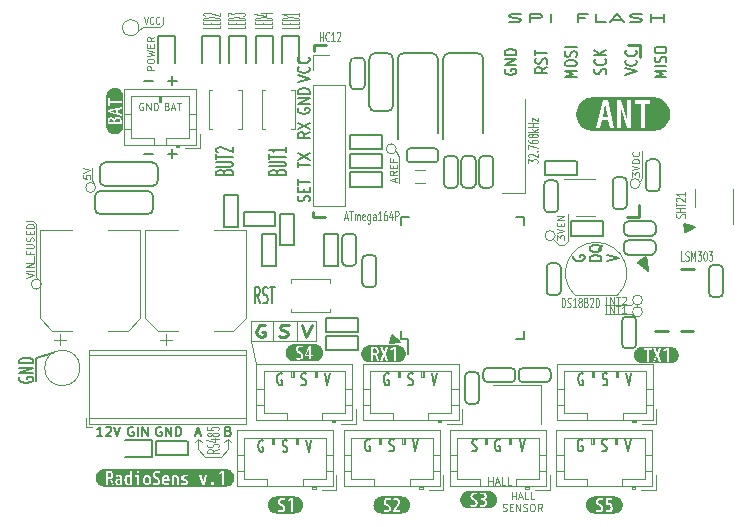
<source format=gbr>
%TF.GenerationSoftware,KiCad,Pcbnew,(6.0.7)*%
%TF.CreationDate,2022-10-03T23:56:51+03:00*%
%TF.ProjectId,hs12,68733132-2e6b-4696-9361-645f70636258,rev?*%
%TF.SameCoordinates,Original*%
%TF.FileFunction,Legend,Top*%
%TF.FilePolarity,Positive*%
%FSLAX46Y46*%
G04 Gerber Fmt 4.6, Leading zero omitted, Abs format (unit mm)*
G04 Created by KiCad (PCBNEW (6.0.7)) date 2022-10-03 23:56:51*
%MOMM*%
%LPD*%
G01*
G04 APERTURE LIST*
%ADD10C,0.120000*%
%ADD11C,0.200000*%
%ADD12C,0.175000*%
%ADD13C,0.230000*%
%ADD14C,0.125000*%
%ADD15C,0.100000*%
%ADD16C,0.150000*%
%ADD17C,0.152000*%
%ADD18C,0.153000*%
%ADD19C,0.254000*%
G04 APERTURE END LIST*
D10*
X-13400000Y11700000D02*
X-12800000Y12300000D01*
X-24250000Y35150000D02*
X-24250000Y36150000D01*
X-20300000Y47800000D02*
X-20000000Y48100000D01*
X15650000Y29600000D02*
X15850000Y29800000D01*
X-15000000Y12900000D02*
X-15300000Y13200000D01*
X-5300000Y21500000D02*
X-10850000Y21500000D01*
X22250000Y35300000D02*
X22250000Y37550000D01*
X-18300000Y48300000D02*
X-18300000Y48900000D01*
X-6950000Y23200000D02*
X-6950000Y21500000D01*
X-14700000Y11700000D02*
X-14000000Y11700000D01*
X1450000Y37600000D02*
X1700000Y37050000D01*
X21550000Y24700000D02*
X21350000Y24500000D01*
X-29000000Y31350000D02*
X-29250000Y31650000D01*
X14924264Y30400000D02*
G75*
G03*
X14924264Y30400000I-424264J0D01*
G01*
X-28575736Y26300000D02*
G75*
G03*
X-28575736Y26300000I-424264J0D01*
G01*
X21350000Y24500000D02*
X19150000Y24500000D01*
X-15600000Y12900000D02*
X-15300000Y13200000D01*
X-15300000Y12300000D02*
X-14700000Y11700000D01*
X-5300000Y23200000D02*
X-5300000Y21500000D01*
X-15300000Y13200000D02*
X-15000000Y12900000D01*
X1474264Y37750000D02*
G75*
G03*
X1474264Y37750000I-424264J0D01*
G01*
X-12800000Y13200000D02*
X-13100000Y12900000D01*
X-18500000Y48100000D02*
X-18300000Y48300000D01*
D11*
X-29000000Y18100000D02*
X-29000000Y20000000D01*
D10*
X15850000Y29800000D02*
X16000000Y29950000D01*
X-15300000Y13200000D02*
X-15300000Y12300000D01*
X-20000000Y48100000D02*
X-18700000Y48100000D01*
D11*
X-29000000Y20000000D02*
X-27600000Y20500000D01*
D10*
X22100000Y35000000D02*
X22250000Y35300000D01*
X22124264Y34800000D02*
G75*
G03*
X22124264Y34800000I-424264J0D01*
G01*
X-12800000Y12300000D02*
X-12800000Y13200000D01*
X-28900000Y26700000D02*
X-29000000Y26950000D01*
X-10850000Y21500000D02*
X-10360000Y19510000D01*
X22324264Y24950000D02*
G75*
G03*
X22324264Y24950000I-424264J0D01*
G01*
X-18700000Y48100000D02*
X-18500000Y48100000D01*
X-9000000Y23200000D02*
X-9000000Y21500000D01*
X21350000Y23750000D02*
X19150000Y23750000D01*
X15250000Y29600000D02*
X15650000Y29600000D01*
X-10850000Y23200000D02*
X-5300000Y23200000D01*
X1700000Y37050000D02*
X1700000Y34850000D01*
X-14000000Y11700000D02*
X-13400000Y11700000D01*
X-10850000Y21500000D02*
X-10850000Y23200000D01*
X-12800000Y13200000D02*
X-12500000Y12900000D01*
X-23975736Y34475736D02*
G75*
G03*
X-23975736Y34475736I-424264J0D01*
G01*
X21650000Y23600000D02*
X21350000Y23750000D01*
X22324264Y23950000D02*
G75*
G03*
X22324264Y23950000I-424264J0D01*
G01*
X-29000000Y26950000D02*
X-29000000Y31350000D01*
X16000000Y29950000D02*
X16000000Y32250000D01*
X-29250000Y31650000D02*
X-29850000Y31650000D01*
X14800000Y30050000D02*
X15250000Y29600000D01*
X-13100000Y12900000D02*
X-12800000Y13200000D01*
X-24100000Y34800000D02*
X-24250000Y35150000D01*
D12*
X-8600000Y35792808D02*
X-8533333Y35892808D01*
X-8466666Y35926141D01*
X-8333333Y35959475D01*
X-8133333Y35959475D01*
X-8000000Y35926141D01*
X-7933333Y35892808D01*
X-7866666Y35826141D01*
X-7866666Y35559475D01*
X-9266666Y35559475D01*
X-9266666Y35792808D01*
X-9200000Y35859475D01*
X-9133333Y35892808D01*
X-9000000Y35926141D01*
X-8866666Y35926141D01*
X-8733333Y35892808D01*
X-8666666Y35859475D01*
X-8600000Y35792808D01*
X-8600000Y35559475D01*
X-9266666Y36259475D02*
X-8133333Y36259475D01*
X-8000000Y36292808D01*
X-7933333Y36326141D01*
X-7866666Y36392808D01*
X-7866666Y36526141D01*
X-7933333Y36592808D01*
X-8000000Y36626141D01*
X-8133333Y36659475D01*
X-9266666Y36659475D01*
X-9266666Y36892808D02*
X-9266666Y37292808D01*
X-7866666Y37092808D02*
X-9266666Y37092808D01*
X-7866666Y37892808D02*
X-7866666Y37492808D01*
X-7866666Y37692808D02*
X-9266666Y37692808D01*
X-9066666Y37626141D01*
X-8933333Y37559475D01*
X-8866666Y37492808D01*
D13*
X-6469672Y22847619D02*
X-6194672Y21847619D01*
X-5669672Y22847619D01*
D14*
X-17942857Y41342857D02*
X-17857142Y41314285D01*
X-17828571Y41285714D01*
X-17800000Y41228571D01*
X-17800000Y41142857D01*
X-17828571Y41085714D01*
X-17857142Y41057142D01*
X-17914285Y41028571D01*
X-18142857Y41028571D01*
X-18142857Y41628571D01*
X-17942857Y41628571D01*
X-17885714Y41600000D01*
X-17857142Y41571428D01*
X-17828571Y41514285D01*
X-17828571Y41457142D01*
X-17857142Y41400000D01*
X-17885714Y41371428D01*
X-17942857Y41342857D01*
X-18142857Y41342857D01*
X-17571428Y41200000D02*
X-17285714Y41200000D01*
X-17628571Y41028571D02*
X-17428571Y41628571D01*
X-17228571Y41028571D01*
X-17114285Y41628571D02*
X-16771428Y41628571D01*
X-16942857Y41028571D02*
X-16942857Y41628571D01*
D11*
X18852380Y28271428D02*
X17852380Y28271428D01*
X17852380Y28461904D01*
X17900000Y28576190D01*
X17995238Y28652380D01*
X18090476Y28690476D01*
X18280952Y28728571D01*
X18423809Y28728571D01*
X18614285Y28690476D01*
X18709523Y28652380D01*
X18804761Y28576190D01*
X18852380Y28461904D01*
X18852380Y28271428D01*
X18947619Y29604761D02*
X18900000Y29528571D01*
X18804761Y29452380D01*
X18661904Y29338095D01*
X18614285Y29261904D01*
X18614285Y29185714D01*
X18852380Y29223809D02*
X18804761Y29147619D01*
X18709523Y29071428D01*
X18519047Y29033333D01*
X18185714Y29033333D01*
X17995238Y29071428D01*
X17900000Y29147619D01*
X17852380Y29223809D01*
X17852380Y29376190D01*
X17900000Y29452380D01*
X17995238Y29528571D01*
X18185714Y29566666D01*
X18519047Y29566666D01*
X18709523Y29528571D01*
X18804761Y29452380D01*
X18852380Y29376190D01*
X18852380Y29223809D01*
D14*
X1350000Y34978571D02*
X1350000Y35264285D01*
X1521428Y34921428D02*
X921428Y35121428D01*
X1521428Y35321428D01*
X1521428Y35864285D02*
X1235714Y35664285D01*
X1521428Y35521428D02*
X921428Y35521428D01*
X921428Y35750000D01*
X950000Y35807142D01*
X978571Y35835714D01*
X1035714Y35864285D01*
X1121428Y35864285D01*
X1178571Y35835714D01*
X1207142Y35807142D01*
X1235714Y35750000D01*
X1235714Y35521428D01*
X1207142Y36121428D02*
X1207142Y36321428D01*
X1521428Y36407142D02*
X1521428Y36121428D01*
X921428Y36121428D01*
X921428Y36407142D01*
X1207142Y36864285D02*
X1207142Y36664285D01*
X1521428Y36664285D02*
X921428Y36664285D01*
X921428Y36950000D01*
D12*
X-8150000Y12145238D02*
X-8050000Y12097619D01*
X-7883333Y12097619D01*
X-7816666Y12145238D01*
X-7783333Y12192857D01*
X-7750000Y12288095D01*
X-7750000Y12383333D01*
X-7783333Y12478571D01*
X-7816666Y12526190D01*
X-7883333Y12573809D01*
X-8016666Y12621428D01*
X-8083333Y12669047D01*
X-8116666Y12716666D01*
X-8150000Y12811904D01*
X-8150000Y12907142D01*
X-8116666Y13002380D01*
X-8083333Y13050000D01*
X-8016666Y13097619D01*
X-7850000Y13097619D01*
X-7750000Y13050000D01*
D14*
X15121428Y30057142D02*
X15121428Y30428571D01*
X15350000Y30228571D01*
X15350000Y30314285D01*
X15378571Y30371428D01*
X15407142Y30400000D01*
X15464285Y30428571D01*
X15607142Y30428571D01*
X15664285Y30400000D01*
X15692857Y30371428D01*
X15721428Y30314285D01*
X15721428Y30142857D01*
X15692857Y30085714D01*
X15664285Y30057142D01*
X15121428Y30600000D02*
X15721428Y30800000D01*
X15121428Y31000000D01*
X15407142Y31200000D02*
X15407142Y31400000D01*
X15721428Y31485714D02*
X15721428Y31200000D01*
X15121428Y31200000D01*
X15121428Y31485714D01*
X15721428Y31742857D02*
X15121428Y31742857D01*
X15721428Y32085714D01*
X15121428Y32085714D01*
X-25028571Y35535714D02*
X-25028571Y35250000D01*
X-24742857Y35221428D01*
X-24771428Y35250000D01*
X-24800000Y35307142D01*
X-24800000Y35450000D01*
X-24771428Y35507142D01*
X-24742857Y35535714D01*
X-24685714Y35564285D01*
X-24542857Y35564285D01*
X-24485714Y35535714D01*
X-24457142Y35507142D01*
X-24428571Y35450000D01*
X-24428571Y35307142D01*
X-24457142Y35250000D01*
X-24485714Y35221428D01*
X-25028571Y35735714D02*
X-24428571Y35935714D01*
X-25028571Y36135714D01*
D12*
X-6183333Y13097619D02*
X-5950000Y12097619D01*
X-5716666Y13097619D01*
X17233333Y13100000D02*
X17166666Y13147619D01*
X17066666Y13147619D01*
X16966666Y13100000D01*
X16900000Y13004761D01*
X16866666Y12909523D01*
X16833333Y12719047D01*
X16833333Y12576190D01*
X16866666Y12385714D01*
X16900000Y12290476D01*
X16966666Y12195238D01*
X17066666Y12147619D01*
X17133333Y12147619D01*
X17233333Y12195238D01*
X17266666Y12242857D01*
X17266666Y12576190D01*
X17133333Y12576190D01*
D14*
X-13547619Y12302380D02*
X-14023809Y12135714D01*
X-13547619Y12016666D02*
X-14547619Y12016666D01*
X-14547619Y12207142D01*
X-14500000Y12254761D01*
X-14452380Y12278571D01*
X-14357142Y12302380D01*
X-14214285Y12302380D01*
X-14119047Y12278571D01*
X-14071428Y12254761D01*
X-14023809Y12207142D01*
X-14023809Y12016666D01*
X-13595238Y12492857D02*
X-13547619Y12564285D01*
X-13547619Y12683333D01*
X-13595238Y12730952D01*
X-13642857Y12754761D01*
X-13738095Y12778571D01*
X-13833333Y12778571D01*
X-13928571Y12754761D01*
X-13976190Y12730952D01*
X-14023809Y12683333D01*
X-14071428Y12588095D01*
X-14119047Y12540476D01*
X-14166666Y12516666D01*
X-14261904Y12492857D01*
X-14357142Y12492857D01*
X-14452380Y12516666D01*
X-14500000Y12540476D01*
X-14547619Y12588095D01*
X-14547619Y12707142D01*
X-14500000Y12778571D01*
X-14214285Y13207142D02*
X-13547619Y13207142D01*
X-14595238Y13088095D02*
X-13880952Y12969047D01*
X-13880952Y13278571D01*
X-14119047Y13540476D02*
X-14166666Y13492857D01*
X-14214285Y13469047D01*
X-14309523Y13445238D01*
X-14357142Y13445238D01*
X-14452380Y13469047D01*
X-14500000Y13492857D01*
X-14547619Y13540476D01*
X-14547619Y13635714D01*
X-14500000Y13683333D01*
X-14452380Y13707142D01*
X-14357142Y13730952D01*
X-14309523Y13730952D01*
X-14214285Y13707142D01*
X-14166666Y13683333D01*
X-14119047Y13635714D01*
X-14119047Y13540476D01*
X-14071428Y13492857D01*
X-14023809Y13469047D01*
X-13928571Y13445238D01*
X-13738095Y13445238D01*
X-13642857Y13469047D01*
X-13595238Y13492857D01*
X-13547619Y13540476D01*
X-13547619Y13635714D01*
X-13595238Y13683333D01*
X-13642857Y13707142D01*
X-13738095Y13730952D01*
X-13928571Y13730952D01*
X-14023809Y13707142D01*
X-14071428Y13683333D01*
X-14119047Y13635714D01*
X-14547619Y14183333D02*
X-14547619Y13945238D01*
X-14071428Y13921428D01*
X-14119047Y13945238D01*
X-14166666Y13992857D01*
X-14166666Y14111904D01*
X-14119047Y14159523D01*
X-14071428Y14183333D01*
X-13976190Y14207142D01*
X-13738095Y14207142D01*
X-13642857Y14183333D01*
X-13595238Y14159523D01*
X-13547619Y14111904D01*
X-13547619Y13992857D01*
X-13595238Y13945238D01*
X-13642857Y13921428D01*
D11*
X20852380Y44036015D02*
X21852380Y44302682D01*
X20852380Y44569348D01*
X21757142Y45293158D02*
X21804761Y45255062D01*
X21852380Y45140777D01*
X21852380Y45064586D01*
X21804761Y44950301D01*
X21709523Y44874110D01*
X21614285Y44836015D01*
X21423809Y44797920D01*
X21280952Y44797920D01*
X21090476Y44836015D01*
X20995238Y44874110D01*
X20900000Y44950301D01*
X20852380Y45064586D01*
X20852380Y45140777D01*
X20900000Y45255062D01*
X20947619Y45293158D01*
X21757142Y46093158D02*
X21804761Y46055062D01*
X21852380Y45940777D01*
X21852380Y45864586D01*
X21804761Y45750301D01*
X21709523Y45674110D01*
X21614285Y45636015D01*
X21423809Y45597920D01*
X21280952Y45597920D01*
X21090476Y45636015D01*
X20995238Y45674110D01*
X20900000Y45750301D01*
X20852380Y45864586D01*
X20852380Y45940777D01*
X20900000Y46055062D01*
X20947619Y46093158D01*
D12*
X-9816666Y13050000D02*
X-9883333Y13097619D01*
X-9983333Y13097619D01*
X-10083333Y13050000D01*
X-10150000Y12954761D01*
X-10183333Y12859523D01*
X-10216666Y12669047D01*
X-10216666Y12526190D01*
X-10183333Y12335714D01*
X-10150000Y12240476D01*
X-10083333Y12145238D01*
X-9983333Y12097619D01*
X-9916666Y12097619D01*
X-9816666Y12145238D01*
X-9783333Y12192857D01*
X-9783333Y12526190D01*
X-9916666Y12526190D01*
D11*
X-20800000Y14200000D02*
X-20876190Y14238095D01*
X-20990476Y14238095D01*
X-21104761Y14200000D01*
X-21180952Y14123809D01*
X-21219047Y14047619D01*
X-21257142Y13895238D01*
X-21257142Y13780952D01*
X-21219047Y13628571D01*
X-21180952Y13552380D01*
X-21104761Y13476190D01*
X-20990476Y13438095D01*
X-20914285Y13438095D01*
X-20800000Y13476190D01*
X-20761904Y13514285D01*
X-20761904Y13780952D01*
X-20914285Y13780952D01*
X-20419047Y13438095D02*
X-20419047Y14238095D01*
X-20038095Y13438095D02*
X-20038095Y14238095D01*
X-19580952Y13438095D01*
X-19580952Y14238095D01*
D12*
X20866666Y13147619D02*
X21100000Y12147619D01*
X21333333Y13147619D01*
D14*
X25816666Y28288095D02*
X25578571Y28288095D01*
X25578571Y29088095D01*
X25959523Y28326190D02*
X26030952Y28288095D01*
X26150000Y28288095D01*
X26197619Y28326190D01*
X26221428Y28364285D01*
X26245238Y28440476D01*
X26245238Y28516666D01*
X26221428Y28592857D01*
X26197619Y28630952D01*
X26150000Y28669047D01*
X26054761Y28707142D01*
X26007142Y28745238D01*
X25983333Y28783333D01*
X25959523Y28859523D01*
X25959523Y28935714D01*
X25983333Y29011904D01*
X26007142Y29050000D01*
X26054761Y29088095D01*
X26173809Y29088095D01*
X26245238Y29050000D01*
X26459523Y28288095D02*
X26459523Y29088095D01*
X26626190Y28516666D01*
X26792857Y29088095D01*
X26792857Y28288095D01*
X26983333Y29088095D02*
X27292857Y29088095D01*
X27126190Y28783333D01*
X27197619Y28783333D01*
X27245238Y28745238D01*
X27269047Y28707142D01*
X27292857Y28630952D01*
X27292857Y28440476D01*
X27269047Y28364285D01*
X27245238Y28326190D01*
X27197619Y28288095D01*
X27054761Y28288095D01*
X27007142Y28326190D01*
X26983333Y28364285D01*
X27602380Y29088095D02*
X27650000Y29088095D01*
X27697619Y29050000D01*
X27721428Y29011904D01*
X27745238Y28935714D01*
X27769047Y28783333D01*
X27769047Y28592857D01*
X27745238Y28440476D01*
X27721428Y28364285D01*
X27697619Y28326190D01*
X27650000Y28288095D01*
X27602380Y28288095D01*
X27554761Y28326190D01*
X27530952Y28364285D01*
X27507142Y28440476D01*
X27483333Y28592857D01*
X27483333Y28783333D01*
X27507142Y28935714D01*
X27530952Y29011904D01*
X27554761Y29050000D01*
X27602380Y29088095D01*
X27935714Y29088095D02*
X28245238Y29088095D01*
X28078571Y28783333D01*
X28150000Y28783333D01*
X28197619Y28745238D01*
X28221428Y28707142D01*
X28245238Y28630952D01*
X28245238Y28440476D01*
X28221428Y28364285D01*
X28197619Y28326190D01*
X28150000Y28288095D01*
X28007142Y28288095D01*
X27959523Y28326190D01*
X27935714Y28364285D01*
X25923809Y31928571D02*
X25961904Y32000000D01*
X25961904Y32119047D01*
X25923809Y32166666D01*
X25885714Y32190476D01*
X25809523Y32214285D01*
X25733333Y32214285D01*
X25657142Y32190476D01*
X25619047Y32166666D01*
X25580952Y32119047D01*
X25542857Y32023809D01*
X25504761Y31976190D01*
X25466666Y31952380D01*
X25390476Y31928571D01*
X25314285Y31928571D01*
X25238095Y31952380D01*
X25200000Y31976190D01*
X25161904Y32023809D01*
X25161904Y32142857D01*
X25200000Y32214285D01*
X25961904Y32428571D02*
X25161904Y32428571D01*
X25542857Y32428571D02*
X25542857Y32714285D01*
X25961904Y32714285D02*
X25161904Y32714285D01*
X25161904Y32880952D02*
X25161904Y33166666D01*
X25961904Y33023809D02*
X25161904Y33023809D01*
X25238095Y33309523D02*
X25200000Y33333333D01*
X25161904Y33380952D01*
X25161904Y33500000D01*
X25200000Y33547619D01*
X25238095Y33571428D01*
X25314285Y33595238D01*
X25390476Y33595238D01*
X25504761Y33571428D01*
X25961904Y33285714D01*
X25961904Y33595238D01*
X25961904Y34071428D02*
X25961904Y33785714D01*
X25961904Y33928571D02*
X25161904Y33928571D01*
X25276190Y33880952D01*
X25352380Y33833333D01*
X25390476Y33785714D01*
X21471428Y35392857D02*
X21471428Y35764285D01*
X21700000Y35564285D01*
X21700000Y35650000D01*
X21728571Y35707142D01*
X21757142Y35735714D01*
X21814285Y35764285D01*
X21957142Y35764285D01*
X22014285Y35735714D01*
X22042857Y35707142D01*
X22071428Y35650000D01*
X22071428Y35478571D01*
X22042857Y35421428D01*
X22014285Y35392857D01*
X21471428Y35935714D02*
X22071428Y36135714D01*
X21471428Y36335714D01*
X22071428Y36535714D02*
X21471428Y36535714D01*
X21471428Y36678571D01*
X21500000Y36764285D01*
X21557142Y36821428D01*
X21614285Y36850000D01*
X21728571Y36878571D01*
X21814285Y36878571D01*
X21928571Y36850000D01*
X21985714Y36821428D01*
X22042857Y36764285D01*
X22071428Y36678571D01*
X22071428Y36535714D01*
X22014285Y37478571D02*
X22042857Y37450000D01*
X22071428Y37364285D01*
X22071428Y37307142D01*
X22042857Y37221428D01*
X21985714Y37164285D01*
X21928571Y37135714D01*
X21814285Y37107142D01*
X21728571Y37107142D01*
X21614285Y37135714D01*
X21557142Y37164285D01*
X21500000Y37221428D01*
X21471428Y37307142D01*
X21471428Y37364285D01*
X21500000Y37450000D01*
X21528571Y37478571D01*
X19271428Y23878571D02*
X19271428Y24478571D01*
X19557142Y23878571D02*
X19557142Y24478571D01*
X19900000Y23878571D01*
X19900000Y24478571D01*
X20100000Y24478571D02*
X20442857Y24478571D01*
X20271428Y23878571D02*
X20271428Y24478571D01*
X20957142Y23878571D02*
X20614285Y23878571D01*
X20785714Y23878571D02*
X20785714Y24478571D01*
X20728571Y24392857D01*
X20671428Y24335714D01*
X20614285Y24307142D01*
X-5019047Y46838095D02*
X-5019047Y47638095D01*
X-5019047Y47257142D02*
X-4733333Y47257142D01*
X-4733333Y46838095D02*
X-4733333Y47638095D01*
X-4209523Y46914285D02*
X-4233333Y46876190D01*
X-4304761Y46838095D01*
X-4352380Y46838095D01*
X-4423809Y46876190D01*
X-4471428Y46952380D01*
X-4495238Y47028571D01*
X-4519047Y47180952D01*
X-4519047Y47295238D01*
X-4495238Y47447619D01*
X-4471428Y47523809D01*
X-4423809Y47600000D01*
X-4352380Y47638095D01*
X-4304761Y47638095D01*
X-4233333Y47600000D01*
X-4209523Y47561904D01*
X-3733333Y46838095D02*
X-4019047Y46838095D01*
X-3876190Y46838095D02*
X-3876190Y47638095D01*
X-3923809Y47523809D01*
X-3971428Y47447619D01*
X-4019047Y47409523D01*
X-3542857Y47561904D02*
X-3519047Y47600000D01*
X-3471428Y47638095D01*
X-3352380Y47638095D01*
X-3304761Y47600000D01*
X-3280952Y47561904D01*
X-3257142Y47485714D01*
X-3257142Y47409523D01*
X-3280952Y47295238D01*
X-3566666Y46838095D01*
X-3257142Y46838095D01*
D11*
X-19883601Y43533485D02*
X-19121696Y43533485D01*
D12*
X-10083333Y24666666D02*
X-10316666Y25333333D01*
X-10483333Y24666666D02*
X-10483333Y26066666D01*
X-10216666Y26066666D01*
X-10150000Y26000000D01*
X-10116666Y25933333D01*
X-10083333Y25800000D01*
X-10083333Y25600000D01*
X-10116666Y25466666D01*
X-10150000Y25400000D01*
X-10216666Y25333333D01*
X-10483333Y25333333D01*
X-9816666Y24733333D02*
X-9716666Y24666666D01*
X-9550000Y24666666D01*
X-9483333Y24733333D01*
X-9450000Y24800000D01*
X-9416666Y24933333D01*
X-9416666Y25066666D01*
X-9450000Y25200000D01*
X-9483333Y25266666D01*
X-9550000Y25333333D01*
X-9683333Y25400000D01*
X-9750000Y25466666D01*
X-9783333Y25533333D01*
X-9816666Y25666666D01*
X-9816666Y25800000D01*
X-9783333Y25933333D01*
X-9750000Y26000000D01*
X-9683333Y26066666D01*
X-9516666Y26066666D01*
X-9416666Y26000000D01*
X-9216666Y26066666D02*
X-8816666Y26066666D01*
X-9016666Y24666666D02*
X-9016666Y26066666D01*
X7900000Y12195238D02*
X8000000Y12147619D01*
X8166666Y12147619D01*
X8233333Y12195238D01*
X8266666Y12242857D01*
X8300000Y12338095D01*
X8300000Y12433333D01*
X8266666Y12528571D01*
X8233333Y12576190D01*
X8166666Y12623809D01*
X8033333Y12671428D01*
X7966666Y12719047D01*
X7933333Y12766666D01*
X7900000Y12861904D01*
X7900000Y12957142D01*
X7933333Y13052380D01*
X7966666Y13100000D01*
X8033333Y13147619D01*
X8200000Y13147619D01*
X8300000Y13100000D01*
X-6550000Y17795238D02*
X-6450000Y17747619D01*
X-6283333Y17747619D01*
X-6216666Y17795238D01*
X-6183333Y17842857D01*
X-6150000Y17938095D01*
X-6150000Y18033333D01*
X-6183333Y18128571D01*
X-6216666Y18176190D01*
X-6283333Y18223809D01*
X-6416666Y18271428D01*
X-6483333Y18319047D01*
X-6516666Y18366666D01*
X-6550000Y18461904D01*
X-6550000Y18557142D01*
X-6516666Y18652380D01*
X-6483333Y18700000D01*
X-6416666Y18747619D01*
X-6250000Y18747619D01*
X-6150000Y18700000D01*
D11*
X-5895238Y33304761D02*
X-5847619Y33419047D01*
X-5847619Y33609523D01*
X-5895238Y33685714D01*
X-5942857Y33723809D01*
X-6038095Y33761904D01*
X-6133333Y33761904D01*
X-6228571Y33723809D01*
X-6276190Y33685714D01*
X-6323809Y33609523D01*
X-6371428Y33457142D01*
X-6419047Y33380952D01*
X-6466666Y33342857D01*
X-6561904Y33304761D01*
X-6657142Y33304761D01*
X-6752380Y33342857D01*
X-6800000Y33380952D01*
X-6847619Y33457142D01*
X-6847619Y33647619D01*
X-6800000Y33761904D01*
X-6371428Y34104761D02*
X-6371428Y34371428D01*
X-5847619Y34485714D02*
X-5847619Y34104761D01*
X-6847619Y34104761D01*
X-6847619Y34485714D01*
X-6847619Y34714285D02*
X-6847619Y35171428D01*
X-5847619Y34942857D02*
X-6847619Y34942857D01*
X14252380Y44664586D02*
X13776190Y44397920D01*
X14252380Y44207443D02*
X13252380Y44207443D01*
X13252380Y44512205D01*
X13300000Y44588396D01*
X13347619Y44626491D01*
X13442857Y44664586D01*
X13585714Y44664586D01*
X13680952Y44626491D01*
X13728571Y44588396D01*
X13776190Y44512205D01*
X13776190Y44207443D01*
X14204761Y44969348D02*
X14252380Y45083634D01*
X14252380Y45274110D01*
X14204761Y45350301D01*
X14157142Y45388396D01*
X14061904Y45426491D01*
X13966666Y45426491D01*
X13871428Y45388396D01*
X13823809Y45350301D01*
X13776190Y45274110D01*
X13728571Y45121729D01*
X13680952Y45045539D01*
X13633333Y45007443D01*
X13538095Y44969348D01*
X13442857Y44969348D01*
X13347619Y45007443D01*
X13300000Y45045539D01*
X13252380Y45121729D01*
X13252380Y45312205D01*
X13300000Y45426491D01*
X13252380Y45655062D02*
X13252380Y46112205D01*
X14252380Y45883634D02*
X13252380Y45883634D01*
D12*
X18950000Y17795238D02*
X19050000Y17747619D01*
X19216666Y17747619D01*
X19283333Y17795238D01*
X19316666Y17842857D01*
X19350000Y17938095D01*
X19350000Y18033333D01*
X19316666Y18128571D01*
X19283333Y18176190D01*
X19216666Y18223809D01*
X19083333Y18271428D01*
X19016666Y18319047D01*
X18983333Y18366666D01*
X18950000Y18461904D01*
X18950000Y18557142D01*
X18983333Y18652380D01*
X19016666Y18700000D01*
X19083333Y18747619D01*
X19250000Y18747619D01*
X19350000Y18700000D01*
X20916666Y18747619D02*
X21150000Y17747619D01*
X21383333Y18747619D01*
X2500000Y17795238D02*
X2600000Y17747619D01*
X2766666Y17747619D01*
X2833333Y17795238D01*
X2866666Y17842857D01*
X2900000Y17938095D01*
X2900000Y18033333D01*
X2866666Y18128571D01*
X2833333Y18176190D01*
X2766666Y18223809D01*
X2633333Y18271428D01*
X2566666Y18319047D01*
X2533333Y18366666D01*
X2500000Y18461904D01*
X2500000Y18557142D01*
X2533333Y18652380D01*
X2566666Y18700000D01*
X2633333Y18747619D01*
X2800000Y18747619D01*
X2900000Y18700000D01*
D11*
X16500000Y28709523D02*
X16452380Y28633333D01*
X16452380Y28519047D01*
X16500000Y28404761D01*
X16595238Y28328571D01*
X16690476Y28290476D01*
X16880952Y28252380D01*
X17023809Y28252380D01*
X17214285Y28290476D01*
X17309523Y28328571D01*
X17404761Y28404761D01*
X17452380Y28519047D01*
X17452380Y28595238D01*
X17404761Y28709523D01*
X17357142Y28747619D01*
X17023809Y28747619D01*
X17023809Y28595238D01*
X-6847619Y36190476D02*
X-6847619Y36647619D01*
X-5847619Y36419047D02*
X-6847619Y36419047D01*
X-6847619Y36838095D02*
X-5847619Y37371428D01*
X-6847619Y37371428D02*
X-5847619Y36838095D01*
D13*
X-8431577Y21895238D02*
X-8266101Y21847619D01*
X-7980386Y21847619D01*
X-7860148Y21895238D01*
X-7797053Y21942857D01*
X-7728005Y22038095D01*
X-7716101Y22133333D01*
X-7761339Y22228571D01*
X-7812529Y22276190D01*
X-7920863Y22323809D01*
X-8143482Y22371428D01*
X-8251815Y22419047D01*
X-8303005Y22466666D01*
X-8348244Y22561904D01*
X-8336339Y22657142D01*
X-8267291Y22752380D01*
X-8204196Y22800000D01*
X-8083958Y22847619D01*
X-7798244Y22847619D01*
X-7632767Y22800000D01*
D11*
X-17880952Y43528571D02*
X-17119047Y43528571D01*
X-17500000Y43147619D02*
X-17500000Y43909523D01*
D14*
X15478571Y24338095D02*
X15478571Y25138095D01*
X15597619Y25138095D01*
X15669047Y25100000D01*
X15716666Y25023809D01*
X15740476Y24947619D01*
X15764285Y24795238D01*
X15764285Y24680952D01*
X15740476Y24528571D01*
X15716666Y24452380D01*
X15669047Y24376190D01*
X15597619Y24338095D01*
X15478571Y24338095D01*
X15954761Y24376190D02*
X16026190Y24338095D01*
X16145238Y24338095D01*
X16192857Y24376190D01*
X16216666Y24414285D01*
X16240476Y24490476D01*
X16240476Y24566666D01*
X16216666Y24642857D01*
X16192857Y24680952D01*
X16145238Y24719047D01*
X16050000Y24757142D01*
X16002380Y24795238D01*
X15978571Y24833333D01*
X15954761Y24909523D01*
X15954761Y24985714D01*
X15978571Y25061904D01*
X16002380Y25100000D01*
X16050000Y25138095D01*
X16169047Y25138095D01*
X16240476Y25100000D01*
X16716666Y24338095D02*
X16430952Y24338095D01*
X16573809Y24338095D02*
X16573809Y25138095D01*
X16526190Y25023809D01*
X16478571Y24947619D01*
X16430952Y24909523D01*
X17002380Y24795238D02*
X16954761Y24833333D01*
X16930952Y24871428D01*
X16907142Y24947619D01*
X16907142Y24985714D01*
X16930952Y25061904D01*
X16954761Y25100000D01*
X17002380Y25138095D01*
X17097619Y25138095D01*
X17145238Y25100000D01*
X17169047Y25061904D01*
X17192857Y24985714D01*
X17192857Y24947619D01*
X17169047Y24871428D01*
X17145238Y24833333D01*
X17097619Y24795238D01*
X17002380Y24795238D01*
X16954761Y24757142D01*
X16930952Y24719047D01*
X16907142Y24642857D01*
X16907142Y24490476D01*
X16930952Y24414285D01*
X16954761Y24376190D01*
X17002380Y24338095D01*
X17097619Y24338095D01*
X17145238Y24376190D01*
X17169047Y24414285D01*
X17192857Y24490476D01*
X17192857Y24642857D01*
X17169047Y24719047D01*
X17145238Y24757142D01*
X17097619Y24795238D01*
X17573809Y24757142D02*
X17645238Y24719047D01*
X17669047Y24680952D01*
X17692857Y24604761D01*
X17692857Y24490476D01*
X17669047Y24414285D01*
X17645238Y24376190D01*
X17597619Y24338095D01*
X17407142Y24338095D01*
X17407142Y25138095D01*
X17573809Y25138095D01*
X17621428Y25100000D01*
X17645238Y25061904D01*
X17669047Y24985714D01*
X17669047Y24909523D01*
X17645238Y24833333D01*
X17621428Y24795238D01*
X17573809Y24757142D01*
X17407142Y24757142D01*
X17883333Y25061904D02*
X17907142Y25100000D01*
X17954761Y25138095D01*
X18073809Y25138095D01*
X18121428Y25100000D01*
X18145238Y25061904D01*
X18169047Y24985714D01*
X18169047Y24909523D01*
X18145238Y24795238D01*
X17859523Y24338095D01*
X18169047Y24338095D01*
X18478571Y25138095D02*
X18526190Y25138095D01*
X18573809Y25100000D01*
X18597619Y25061904D01*
X18621428Y24985714D01*
X18645238Y24833333D01*
X18645238Y24642857D01*
X18621428Y24490476D01*
X18597619Y24414285D01*
X18573809Y24376190D01*
X18526190Y24338095D01*
X18478571Y24338095D01*
X18430952Y24376190D01*
X18407142Y24414285D01*
X18383333Y24490476D01*
X18359523Y24642857D01*
X18359523Y24833333D01*
X18383333Y24985714D01*
X18407142Y25061904D01*
X18430952Y25100000D01*
X18478571Y25138095D01*
X-19957142Y41600000D02*
X-20014285Y41628571D01*
X-20100000Y41628571D01*
X-20185714Y41600000D01*
X-20242857Y41542857D01*
X-20271428Y41485714D01*
X-20300000Y41371428D01*
X-20300000Y41285714D01*
X-20271428Y41171428D01*
X-20242857Y41114285D01*
X-20185714Y41057142D01*
X-20100000Y41028571D01*
X-20042857Y41028571D01*
X-19957142Y41057142D01*
X-19928571Y41085714D01*
X-19928571Y41285714D01*
X-20042857Y41285714D01*
X-19671428Y41028571D02*
X-19671428Y41628571D01*
X-19328571Y41028571D01*
X-19328571Y41628571D01*
X-19042857Y41028571D02*
X-19042857Y41628571D01*
X-18900000Y41628571D01*
X-18814285Y41600000D01*
X-18757142Y41542857D01*
X-18728571Y41485714D01*
X-18700000Y41371428D01*
X-18700000Y41285714D01*
X-18728571Y41171428D01*
X-18757142Y41114285D01*
X-18814285Y41057142D01*
X-18900000Y41028571D01*
X-19042857Y41028571D01*
D12*
X900000Y12195238D02*
X1000000Y12147619D01*
X1166666Y12147619D01*
X1233333Y12195238D01*
X1266666Y12242857D01*
X1300000Y12338095D01*
X1300000Y12433333D01*
X1266666Y12528571D01*
X1233333Y12576190D01*
X1166666Y12623809D01*
X1033333Y12671428D01*
X966666Y12719047D01*
X933333Y12766666D01*
X900000Y12861904D01*
X900000Y12957142D01*
X933333Y13052380D01*
X966666Y13100000D01*
X1033333Y13147619D01*
X1200000Y13147619D01*
X1300000Y13100000D01*
D14*
X-19028571Y44414285D02*
X-19628571Y44414285D01*
X-19628571Y44642857D01*
X-19600000Y44700000D01*
X-19571428Y44728571D01*
X-19514285Y44757142D01*
X-19428571Y44757142D01*
X-19371428Y44728571D01*
X-19342857Y44700000D01*
X-19314285Y44642857D01*
X-19314285Y44414285D01*
X-19628571Y45128571D02*
X-19628571Y45242857D01*
X-19600000Y45300000D01*
X-19542857Y45357142D01*
X-19428571Y45385714D01*
X-19228571Y45385714D01*
X-19114285Y45357142D01*
X-19057142Y45300000D01*
X-19028571Y45242857D01*
X-19028571Y45128571D01*
X-19057142Y45071428D01*
X-19114285Y45014285D01*
X-19228571Y44985714D01*
X-19428571Y44985714D01*
X-19542857Y45014285D01*
X-19600000Y45071428D01*
X-19628571Y45128571D01*
X-19628571Y45585714D02*
X-19028571Y45728571D01*
X-19457142Y45842857D01*
X-19028571Y45957142D01*
X-19628571Y46100000D01*
X-19342857Y46328571D02*
X-19342857Y46528571D01*
X-19028571Y46614285D02*
X-19028571Y46328571D01*
X-19628571Y46328571D01*
X-19628571Y46614285D01*
X-19028571Y47214285D02*
X-19314285Y47014285D01*
X-19028571Y46871428D02*
X-19628571Y46871428D01*
X-19628571Y47100000D01*
X-19600000Y47157142D01*
X-19571428Y47185714D01*
X-19514285Y47214285D01*
X-19428571Y47214285D01*
X-19371428Y47185714D01*
X-19342857Y47157142D01*
X-19314285Y47100000D01*
X-19314285Y46871428D01*
D12*
X2866666Y13147619D02*
X3100000Y12147619D01*
X3333333Y13147619D01*
D11*
X19352380Y28233333D02*
X20352380Y28500000D01*
X19352380Y28766666D01*
X16752380Y43845539D02*
X15752380Y43845539D01*
X16466666Y44112205D01*
X15752380Y44378872D01*
X16752380Y44378872D01*
X15752380Y44912205D02*
X15752380Y45064586D01*
X15800000Y45140777D01*
X15895238Y45216967D01*
X16085714Y45255062D01*
X16419047Y45255062D01*
X16609523Y45216967D01*
X16704761Y45140777D01*
X16752380Y45064586D01*
X16752380Y44912205D01*
X16704761Y44836015D01*
X16609523Y44759824D01*
X16419047Y44721729D01*
X16085714Y44721729D01*
X15895238Y44759824D01*
X15800000Y44836015D01*
X15752380Y44912205D01*
X16704761Y45559824D02*
X16752380Y45674110D01*
X16752380Y45864586D01*
X16704761Y45940777D01*
X16657142Y45978872D01*
X16561904Y46016967D01*
X16466666Y46016967D01*
X16371428Y45978872D01*
X16323809Y45940777D01*
X16276190Y45864586D01*
X16228571Y45712205D01*
X16180952Y45636015D01*
X16133333Y45597920D01*
X16038095Y45559824D01*
X15942857Y45559824D01*
X15847619Y45597920D01*
X15800000Y45636015D01*
X15752380Y45712205D01*
X15752380Y45902682D01*
X15800000Y46016967D01*
X16752380Y46359824D02*
X15752380Y46359824D01*
D14*
X12661904Y36545238D02*
X12661904Y36854761D01*
X12966666Y36688095D01*
X12966666Y36759523D01*
X13004761Y36807142D01*
X13042857Y36830952D01*
X13119047Y36854761D01*
X13309523Y36854761D01*
X13385714Y36830952D01*
X13423809Y36807142D01*
X13461904Y36759523D01*
X13461904Y36616666D01*
X13423809Y36569047D01*
X13385714Y36545238D01*
X12738095Y37045238D02*
X12700000Y37069047D01*
X12661904Y37116666D01*
X12661904Y37235714D01*
X12700000Y37283333D01*
X12738095Y37307142D01*
X12814285Y37330952D01*
X12890476Y37330952D01*
X13004761Y37307142D01*
X13461904Y37021428D01*
X13461904Y37330952D01*
X13385714Y37545238D02*
X13423809Y37569047D01*
X13461904Y37545238D01*
X13423809Y37521428D01*
X13385714Y37545238D01*
X13461904Y37545238D01*
X12661904Y37735714D02*
X12661904Y38069047D01*
X13461904Y37854761D01*
X12661904Y38473809D02*
X12661904Y38378571D01*
X12700000Y38330952D01*
X12738095Y38307142D01*
X12852380Y38259523D01*
X13004761Y38235714D01*
X13309523Y38235714D01*
X13385714Y38259523D01*
X13423809Y38283333D01*
X13461904Y38330952D01*
X13461904Y38426190D01*
X13423809Y38473809D01*
X13385714Y38497619D01*
X13309523Y38521428D01*
X13119047Y38521428D01*
X13042857Y38497619D01*
X13004761Y38473809D01*
X12966666Y38426190D01*
X12966666Y38330952D01*
X13004761Y38283333D01*
X13042857Y38259523D01*
X13119047Y38235714D01*
X13004761Y38807142D02*
X12966666Y38759523D01*
X12928571Y38735714D01*
X12852380Y38711904D01*
X12814285Y38711904D01*
X12738095Y38735714D01*
X12700000Y38759523D01*
X12661904Y38807142D01*
X12661904Y38902380D01*
X12700000Y38950000D01*
X12738095Y38973809D01*
X12814285Y38997619D01*
X12852380Y38997619D01*
X12928571Y38973809D01*
X12966666Y38950000D01*
X13004761Y38902380D01*
X13004761Y38807142D01*
X13042857Y38759523D01*
X13080952Y38735714D01*
X13157142Y38711904D01*
X13309523Y38711904D01*
X13385714Y38735714D01*
X13423809Y38759523D01*
X13461904Y38807142D01*
X13461904Y38902380D01*
X13423809Y38950000D01*
X13385714Y38973809D01*
X13309523Y38997619D01*
X13157142Y38997619D01*
X13080952Y38973809D01*
X13042857Y38950000D01*
X13004761Y38902380D01*
X13461904Y39211904D02*
X12661904Y39211904D01*
X13157142Y39259523D02*
X13461904Y39402380D01*
X12928571Y39402380D02*
X13233333Y39211904D01*
X13461904Y39616666D02*
X12661904Y39616666D01*
X13042857Y39616666D02*
X13042857Y39902380D01*
X13461904Y39902380D02*
X12661904Y39902380D01*
X12928571Y40092857D02*
X12928571Y40354761D01*
X13461904Y40092857D01*
X13461904Y40354761D01*
D12*
X11000000Y48516666D02*
X11257142Y48483333D01*
X11685714Y48483333D01*
X11857142Y48516666D01*
X11942857Y48550000D01*
X12028571Y48616666D01*
X12028571Y48683333D01*
X11942857Y48750000D01*
X11857142Y48783333D01*
X11685714Y48816666D01*
X11342857Y48850000D01*
X11171428Y48883333D01*
X11085714Y48916666D01*
X11000000Y48983333D01*
X11000000Y49050000D01*
X11085714Y49116666D01*
X11171428Y49150000D01*
X11342857Y49183333D01*
X11771428Y49183333D01*
X12028571Y49150000D01*
X12800000Y48483333D02*
X12800000Y49183333D01*
X13485714Y49183333D01*
X13657142Y49150000D01*
X13742857Y49116666D01*
X13828571Y49050000D01*
X13828571Y48950000D01*
X13742857Y48883333D01*
X13657142Y48850000D01*
X13485714Y48816666D01*
X12800000Y48816666D01*
X14600000Y48483333D02*
X14600000Y49183333D01*
X17428571Y48850000D02*
X16828571Y48850000D01*
X16828571Y48483333D02*
X16828571Y49183333D01*
X17685714Y49183333D01*
X19228571Y48483333D02*
X18371428Y48483333D01*
X18371428Y49183333D01*
X19742857Y48683333D02*
X20600000Y48683333D01*
X19571428Y48483333D02*
X20171428Y49183333D01*
X20771428Y48483333D01*
X21285714Y48516666D02*
X21542857Y48483333D01*
X21971428Y48483333D01*
X22142857Y48516666D01*
X22228571Y48550000D01*
X22314285Y48616666D01*
X22314285Y48683333D01*
X22228571Y48750000D01*
X22142857Y48783333D01*
X21971428Y48816666D01*
X21628571Y48850000D01*
X21457142Y48883333D01*
X21371428Y48916666D01*
X21285714Y48983333D01*
X21285714Y49050000D01*
X21371428Y49116666D01*
X21457142Y49150000D01*
X21628571Y49183333D01*
X22057142Y49183333D01*
X22314285Y49150000D01*
X23085714Y48483333D02*
X23085714Y49183333D01*
X23085714Y48850000D02*
X24114285Y48850000D01*
X24114285Y48483333D02*
X24114285Y49183333D01*
D14*
X9285714Y9328571D02*
X9285714Y9928571D01*
X9285714Y9642857D02*
X9628571Y9642857D01*
X9628571Y9328571D02*
X9628571Y9928571D01*
X9885714Y9500000D02*
X10171428Y9500000D01*
X9828571Y9328571D02*
X10028571Y9928571D01*
X10228571Y9328571D01*
X10714285Y9328571D02*
X10428571Y9328571D01*
X10428571Y9928571D01*
X11200000Y9328571D02*
X10914285Y9328571D01*
X10914285Y9928571D01*
D11*
X19204761Y44074110D02*
X19252380Y44188396D01*
X19252380Y44378872D01*
X19204761Y44455062D01*
X19157142Y44493158D01*
X19061904Y44531253D01*
X18966666Y44531253D01*
X18871428Y44493158D01*
X18823809Y44455062D01*
X18776190Y44378872D01*
X18728571Y44226491D01*
X18680952Y44150301D01*
X18633333Y44112205D01*
X18538095Y44074110D01*
X18442857Y44074110D01*
X18347619Y44112205D01*
X18300000Y44150301D01*
X18252380Y44226491D01*
X18252380Y44416967D01*
X18300000Y44531253D01*
X19157142Y45331253D02*
X19204761Y45293158D01*
X19252380Y45178872D01*
X19252380Y45102682D01*
X19204761Y44988396D01*
X19109523Y44912205D01*
X19014285Y44874110D01*
X18823809Y44836015D01*
X18680952Y44836015D01*
X18490476Y44874110D01*
X18395238Y44912205D01*
X18300000Y44988396D01*
X18252380Y45102682D01*
X18252380Y45178872D01*
X18300000Y45293158D01*
X18347619Y45331253D01*
X19252380Y45674110D02*
X18252380Y45674110D01*
X19252380Y46131253D02*
X18680952Y45788396D01*
X18252380Y46131253D02*
X18823809Y45674110D01*
D12*
X-13100000Y35783333D02*
X-13033333Y35883333D01*
X-12966666Y35916666D01*
X-12833333Y35950000D01*
X-12633333Y35950000D01*
X-12500000Y35916666D01*
X-12433333Y35883333D01*
X-12366666Y35816666D01*
X-12366666Y35550000D01*
X-13766666Y35550000D01*
X-13766666Y35783333D01*
X-13700000Y35850000D01*
X-13633333Y35883333D01*
X-13500000Y35916666D01*
X-13366666Y35916666D01*
X-13233333Y35883333D01*
X-13166666Y35850000D01*
X-13100000Y35783333D01*
X-13100000Y35550000D01*
X-13766666Y36250000D02*
X-12633333Y36250000D01*
X-12500000Y36283333D01*
X-12433333Y36316666D01*
X-12366666Y36383333D01*
X-12366666Y36516666D01*
X-12433333Y36583333D01*
X-12500000Y36616666D01*
X-12633333Y36650000D01*
X-13766666Y36650000D01*
X-13766666Y36883333D02*
X-13766666Y37283333D01*
X-12366666Y37083333D02*
X-13766666Y37083333D01*
X-13633333Y37483333D02*
X-13700000Y37516666D01*
X-13766666Y37583333D01*
X-13766666Y37750000D01*
X-13700000Y37816666D01*
X-13633333Y37850000D01*
X-13500000Y37883333D01*
X-13366666Y37883333D01*
X-13166666Y37850000D01*
X-12366666Y37450000D01*
X-12366666Y37883333D01*
X10233333Y13100000D02*
X10166666Y13147619D01*
X10066666Y13147619D01*
X9966666Y13100000D01*
X9900000Y13004761D01*
X9866666Y12909523D01*
X9833333Y12719047D01*
X9833333Y12576190D01*
X9866666Y12385714D01*
X9900000Y12290476D01*
X9966666Y12195238D01*
X10066666Y12147619D01*
X10133333Y12147619D01*
X10233333Y12195238D01*
X10266666Y12242857D01*
X10266666Y12576190D01*
X10133333Y12576190D01*
X-766666Y13100000D02*
X-833333Y13147619D01*
X-933333Y13147619D01*
X-1033333Y13100000D01*
X-1100000Y13004761D01*
X-1133333Y12909523D01*
X-1166666Y12719047D01*
X-1166666Y12576190D01*
X-1133333Y12385714D01*
X-1100000Y12290476D01*
X-1033333Y12195238D01*
X-933333Y12147619D01*
X-866666Y12147619D01*
X-766666Y12195238D01*
X-733333Y12242857D01*
X-733333Y12576190D01*
X-866666Y12576190D01*
D14*
X-19866666Y48928571D02*
X-19700000Y48328571D01*
X-19533333Y48928571D01*
X-19080952Y48385714D02*
X-19104761Y48357142D01*
X-19176190Y48328571D01*
X-19223809Y48328571D01*
X-19295238Y48357142D01*
X-19342857Y48414285D01*
X-19366666Y48471428D01*
X-19390476Y48585714D01*
X-19390476Y48671428D01*
X-19366666Y48785714D01*
X-19342857Y48842857D01*
X-19295238Y48900000D01*
X-19223809Y48928571D01*
X-19176190Y48928571D01*
X-19104761Y48900000D01*
X-19080952Y48871428D01*
X-18580952Y48385714D02*
X-18604761Y48357142D01*
X-18676190Y48328571D01*
X-18723809Y48328571D01*
X-18795238Y48357142D01*
X-18842857Y48414285D01*
X-18866666Y48471428D01*
X-18890476Y48585714D01*
X-18890476Y48671428D01*
X-18866666Y48785714D01*
X-18842857Y48842857D01*
X-18795238Y48900000D01*
X-18723809Y48928571D01*
X-18676190Y48928571D01*
X-18604761Y48900000D01*
X-18580952Y48871428D01*
D11*
X-30400000Y18390476D02*
X-30457142Y18314285D01*
X-30457142Y18200000D01*
X-30400000Y18085714D01*
X-30285714Y18009523D01*
X-30171428Y17971428D01*
X-29942857Y17933333D01*
X-29771428Y17933333D01*
X-29542857Y17971428D01*
X-29428571Y18009523D01*
X-29314285Y18085714D01*
X-29257142Y18200000D01*
X-29257142Y18276190D01*
X-29314285Y18390476D01*
X-29371428Y18428571D01*
X-29771428Y18428571D01*
X-29771428Y18276190D01*
X-29257142Y18771428D02*
X-30457142Y18771428D01*
X-29257142Y19228571D01*
X-30457142Y19228571D01*
X-29257142Y19609523D02*
X-30457142Y19609523D01*
X-30457142Y19800000D01*
X-30400000Y19914285D01*
X-30285714Y19990476D01*
X-30171428Y20028571D01*
X-29942857Y20066666D01*
X-29771428Y20066666D01*
X-29542857Y20028571D01*
X-29428571Y19990476D01*
X-29314285Y19914285D01*
X-29257142Y19800000D01*
X-29257142Y19609523D01*
X-5847619Y39166666D02*
X-6323809Y38900000D01*
X-5847619Y38709523D02*
X-6847619Y38709523D01*
X-6847619Y39014285D01*
X-6800000Y39090476D01*
X-6752380Y39128571D01*
X-6657142Y39166666D01*
X-6514285Y39166666D01*
X-6419047Y39128571D01*
X-6371428Y39090476D01*
X-6323809Y39014285D01*
X-6323809Y38709523D01*
X-6847619Y39433333D02*
X-5847619Y39966666D01*
X-6847619Y39966666D02*
X-5847619Y39433333D01*
D12*
X17283333Y18700000D02*
X17216666Y18747619D01*
X17116666Y18747619D01*
X17016666Y18700000D01*
X16950000Y18604761D01*
X16916666Y18509523D01*
X16883333Y18319047D01*
X16883333Y18176190D01*
X16916666Y17985714D01*
X16950000Y17890476D01*
X17016666Y17795238D01*
X17116666Y17747619D01*
X17183333Y17747619D01*
X17283333Y17795238D01*
X17316666Y17842857D01*
X17316666Y18176190D01*
X17183333Y18176190D01*
D15*
X-6766666Y48152380D02*
X-6766666Y47961904D01*
X-8166666Y47961904D01*
X-7500000Y48285714D02*
X-7500000Y48419047D01*
X-6766666Y48476190D02*
X-6766666Y48285714D01*
X-8166666Y48285714D01*
X-8166666Y48476190D01*
X-6766666Y48647619D02*
X-8166666Y48647619D01*
X-8166666Y48742857D01*
X-8100000Y48800000D01*
X-7966666Y48838095D01*
X-7833333Y48857142D01*
X-7566666Y48876190D01*
X-7366666Y48876190D01*
X-7100000Y48857142D01*
X-6966666Y48838095D01*
X-6833333Y48800000D01*
X-6766666Y48742857D01*
X-6766666Y48647619D01*
X-6766666Y49257142D02*
X-6766666Y49028571D01*
X-6766666Y49142857D02*
X-8166666Y49142857D01*
X-7966666Y49104761D01*
X-7833333Y49066666D01*
X-7766666Y49028571D01*
D11*
X-23395238Y13438095D02*
X-23852380Y13438095D01*
X-23623809Y13438095D02*
X-23623809Y14238095D01*
X-23700000Y14123809D01*
X-23776190Y14047619D01*
X-23852380Y14009523D01*
X-23090476Y14161904D02*
X-23052380Y14200000D01*
X-22976190Y14238095D01*
X-22785714Y14238095D01*
X-22709523Y14200000D01*
X-22671428Y14161904D01*
X-22633333Y14085714D01*
X-22633333Y14009523D01*
X-22671428Y13895238D01*
X-23128571Y13438095D01*
X-22633333Y13438095D01*
X-22404761Y14238095D02*
X-22138095Y13438095D01*
X-21871428Y14238095D01*
X24352380Y43845539D02*
X23352380Y43845539D01*
X24066666Y44112205D01*
X23352380Y44378872D01*
X24352380Y44378872D01*
X24352380Y44759824D02*
X23352380Y44759824D01*
X24304761Y45102682D02*
X24352380Y45216967D01*
X24352380Y45407443D01*
X24304761Y45483634D01*
X24257142Y45521729D01*
X24161904Y45559824D01*
X24066666Y45559824D01*
X23971428Y45521729D01*
X23923809Y45483634D01*
X23876190Y45407443D01*
X23828571Y45255062D01*
X23780952Y45178872D01*
X23733333Y45140777D01*
X23638095Y45102682D01*
X23542857Y45102682D01*
X23447619Y45140777D01*
X23400000Y45178872D01*
X23352380Y45255062D01*
X23352380Y45445539D01*
X23400000Y45559824D01*
X23352380Y46055062D02*
X23352380Y46207443D01*
X23400000Y46283634D01*
X23495238Y46359824D01*
X23685714Y46397920D01*
X24019047Y46397920D01*
X24209523Y46359824D01*
X24304761Y46283634D01*
X24352380Y46207443D01*
X24352380Y46055062D01*
X24304761Y45978872D01*
X24209523Y45902682D01*
X24019047Y45864586D01*
X23685714Y45864586D01*
X23495238Y45902682D01*
X23400000Y45978872D01*
X23352380Y46055062D01*
X-12742857Y13857142D02*
X-12628571Y13819047D01*
X-12590476Y13780952D01*
X-12552380Y13704761D01*
X-12552380Y13590476D01*
X-12590476Y13514285D01*
X-12628571Y13476190D01*
X-12704761Y13438095D01*
X-13009523Y13438095D01*
X-13009523Y14238095D01*
X-12742857Y14238095D01*
X-12666666Y14200000D01*
X-12628571Y14161904D01*
X-12590476Y14085714D01*
X-12590476Y14009523D01*
X-12628571Y13933333D01*
X-12666666Y13895238D01*
X-12742857Y13857142D01*
X-13009523Y13857142D01*
D14*
X-29828571Y26835714D02*
X-29228571Y27035714D01*
X-29828571Y27235714D01*
X-29228571Y27435714D02*
X-29828571Y27435714D01*
X-29228571Y27721428D02*
X-29828571Y27721428D01*
X-29228571Y28064285D01*
X-29828571Y28064285D01*
X-29171428Y28207142D02*
X-29171428Y28664285D01*
X-29542857Y29007142D02*
X-29542857Y28807142D01*
X-29228571Y28807142D02*
X-29828571Y28807142D01*
X-29828571Y29092857D01*
X-29828571Y29321428D02*
X-29342857Y29321428D01*
X-29285714Y29350000D01*
X-29257142Y29378571D01*
X-29228571Y29435714D01*
X-29228571Y29550000D01*
X-29257142Y29607142D01*
X-29285714Y29635714D01*
X-29342857Y29664285D01*
X-29828571Y29664285D01*
X-29257142Y29921428D02*
X-29228571Y30007142D01*
X-29228571Y30150000D01*
X-29257142Y30207142D01*
X-29285714Y30235714D01*
X-29342857Y30264285D01*
X-29400000Y30264285D01*
X-29457142Y30235714D01*
X-29485714Y30207142D01*
X-29514285Y30150000D01*
X-29542857Y30035714D01*
X-29571428Y29978571D01*
X-29600000Y29950000D01*
X-29657142Y29921428D01*
X-29714285Y29921428D01*
X-29771428Y29950000D01*
X-29800000Y29978571D01*
X-29828571Y30035714D01*
X-29828571Y30178571D01*
X-29800000Y30264285D01*
X-29542857Y30521428D02*
X-29542857Y30721428D01*
X-29228571Y30807142D02*
X-29228571Y30521428D01*
X-29828571Y30521428D01*
X-29828571Y30807142D01*
X-29228571Y31064285D02*
X-29828571Y31064285D01*
X-29828571Y31207142D01*
X-29800000Y31292857D01*
X-29742857Y31350000D01*
X-29685714Y31378571D01*
X-29571428Y31407142D01*
X-29485714Y31407142D01*
X-29371428Y31378571D01*
X-29314285Y31350000D01*
X-29257142Y31292857D01*
X-29228571Y31207142D01*
X-29228571Y31064285D01*
D12*
X18900000Y12195238D02*
X19000000Y12147619D01*
X19166666Y12147619D01*
X19233333Y12195238D01*
X19266666Y12242857D01*
X19300000Y12338095D01*
X19300000Y12433333D01*
X19266666Y12528571D01*
X19233333Y12576190D01*
X19166666Y12623809D01*
X19033333Y12671428D01*
X18966666Y12719047D01*
X18933333Y12766666D01*
X18900000Y12861904D01*
X18900000Y12957142D01*
X18933333Y13052380D01*
X18966666Y13100000D01*
X19033333Y13147619D01*
X19200000Y13147619D01*
X19300000Y13100000D01*
D14*
X11235714Y8061571D02*
X11235714Y8661571D01*
X11235714Y8375857D02*
X11578571Y8375857D01*
X11578571Y8061571D02*
X11578571Y8661571D01*
X11835714Y8233000D02*
X12121428Y8233000D01*
X11778571Y8061571D02*
X11978571Y8661571D01*
X12178571Y8061571D01*
X12664285Y8061571D02*
X12378571Y8061571D01*
X12378571Y8661571D01*
X13150000Y8061571D02*
X12864285Y8061571D01*
X12864285Y8661571D01*
X10492857Y7124142D02*
X10578571Y7095571D01*
X10721428Y7095571D01*
X10778571Y7124142D01*
X10807142Y7152714D01*
X10835714Y7209857D01*
X10835714Y7267000D01*
X10807142Y7324142D01*
X10778571Y7352714D01*
X10721428Y7381285D01*
X10607142Y7409857D01*
X10550000Y7438428D01*
X10521428Y7467000D01*
X10492857Y7524142D01*
X10492857Y7581285D01*
X10521428Y7638428D01*
X10550000Y7667000D01*
X10607142Y7695571D01*
X10750000Y7695571D01*
X10835714Y7667000D01*
X11092857Y7409857D02*
X11292857Y7409857D01*
X11378571Y7095571D02*
X11092857Y7095571D01*
X11092857Y7695571D01*
X11378571Y7695571D01*
X11635714Y7095571D02*
X11635714Y7695571D01*
X11978571Y7095571D01*
X11978571Y7695571D01*
X12235714Y7124142D02*
X12321428Y7095571D01*
X12464285Y7095571D01*
X12521428Y7124142D01*
X12550000Y7152714D01*
X12578571Y7209857D01*
X12578571Y7267000D01*
X12550000Y7324142D01*
X12521428Y7352714D01*
X12464285Y7381285D01*
X12350000Y7409857D01*
X12292857Y7438428D01*
X12264285Y7467000D01*
X12235714Y7524142D01*
X12235714Y7581285D01*
X12264285Y7638428D01*
X12292857Y7667000D01*
X12350000Y7695571D01*
X12492857Y7695571D01*
X12578571Y7667000D01*
X12950000Y7695571D02*
X13064285Y7695571D01*
X13121428Y7667000D01*
X13178571Y7609857D01*
X13207142Y7495571D01*
X13207142Y7295571D01*
X13178571Y7181285D01*
X13121428Y7124142D01*
X13064285Y7095571D01*
X12950000Y7095571D01*
X12892857Y7124142D01*
X12835714Y7181285D01*
X12807142Y7295571D01*
X12807142Y7495571D01*
X12835714Y7609857D01*
X12892857Y7667000D01*
X12950000Y7695571D01*
X13807142Y7095571D02*
X13607142Y7381285D01*
X13464285Y7095571D02*
X13464285Y7695571D01*
X13692857Y7695571D01*
X13750000Y7667000D01*
X13778571Y7638428D01*
X13807142Y7581285D01*
X13807142Y7495571D01*
X13778571Y7438428D01*
X13750000Y7409857D01*
X13692857Y7381285D01*
X13464285Y7381285D01*
D11*
X-15490476Y13666666D02*
X-15109523Y13666666D01*
X-15566666Y13438095D02*
X-15300000Y14238095D01*
X-15033333Y13438095D01*
D13*
X-9611339Y22800180D02*
X-9719672Y22847799D01*
X-9891101Y22847799D01*
X-10068482Y22800180D01*
X-10194672Y22704941D01*
X-10263720Y22609703D01*
X-10344672Y22419227D01*
X-10362529Y22276370D01*
X-10329196Y22085894D01*
X-10283958Y21990656D01*
X-10181577Y21895418D01*
X-10016101Y21847799D01*
X-9901815Y21847799D01*
X-9724434Y21895418D01*
X-9661339Y21943037D01*
X-9619672Y22276370D01*
X-9848244Y22276370D01*
D11*
X-6800000Y41190476D02*
X-6847619Y41114285D01*
X-6847619Y41000000D01*
X-6800000Y40885714D01*
X-6704761Y40809523D01*
X-6609523Y40771428D01*
X-6419047Y40733333D01*
X-6276190Y40733333D01*
X-6085714Y40771428D01*
X-5990476Y40809523D01*
X-5895238Y40885714D01*
X-5847619Y41000000D01*
X-5847619Y41076190D01*
X-5895238Y41190476D01*
X-5942857Y41228571D01*
X-6276190Y41228571D01*
X-6276190Y41076190D01*
X-5847619Y41571428D02*
X-6847619Y41571428D01*
X-5847619Y42028571D01*
X-6847619Y42028571D01*
X-5847619Y42409523D02*
X-6847619Y42409523D01*
X-6847619Y42600000D01*
X-6800000Y42714285D01*
X-6704761Y42790476D01*
X-6609523Y42828571D01*
X-6419047Y42866666D01*
X-6276190Y42866666D01*
X-6085714Y42828571D01*
X-5990476Y42790476D01*
X-5895238Y42714285D01*
X-5847619Y42600000D01*
X-5847619Y42409523D01*
X-6853748Y43433333D02*
X-5853748Y43700000D01*
X-6853748Y43966666D01*
X-5948986Y44690476D02*
X-5901367Y44652380D01*
X-5853748Y44538095D01*
X-5853748Y44461904D01*
X-5901367Y44347619D01*
X-5996605Y44271428D01*
X-6091843Y44233333D01*
X-6282319Y44195238D01*
X-6425176Y44195238D01*
X-6615652Y44233333D01*
X-6710890Y44271428D01*
X-6806129Y44347619D01*
X-6853748Y44461904D01*
X-6853748Y44538095D01*
X-6806129Y44652380D01*
X-6758509Y44690476D01*
X-5948986Y45490476D02*
X-5901367Y45452380D01*
X-5853748Y45338095D01*
X-5853748Y45261904D01*
X-5901367Y45147619D01*
X-5996605Y45071428D01*
X-6091843Y45033333D01*
X-6282319Y44995238D01*
X-6425176Y44995238D01*
X-6615652Y45033333D01*
X-6710890Y45071428D01*
X-6806129Y45147619D01*
X-6853748Y45261904D01*
X-6853748Y45338095D01*
X-6806129Y45452380D01*
X-6758509Y45490476D01*
D15*
X-11366666Y48152380D02*
X-11366666Y47961904D01*
X-12766666Y47961904D01*
X-12100000Y48285714D02*
X-12100000Y48419047D01*
X-11366666Y48476190D02*
X-11366666Y48285714D01*
X-12766666Y48285714D01*
X-12766666Y48476190D01*
X-11366666Y48647619D02*
X-12766666Y48647619D01*
X-12766666Y48742857D01*
X-12700000Y48800000D01*
X-12566666Y48838095D01*
X-12433333Y48857142D01*
X-12166666Y48876190D01*
X-11966666Y48876190D01*
X-11700000Y48857142D01*
X-11566666Y48838095D01*
X-11433333Y48800000D01*
X-11366666Y48742857D01*
X-11366666Y48647619D01*
X-12766666Y49009523D02*
X-12766666Y49257142D01*
X-12233333Y49123809D01*
X-12233333Y49180952D01*
X-12166666Y49219047D01*
X-12100000Y49238095D01*
X-11966666Y49257142D01*
X-11633333Y49257142D01*
X-11500000Y49238095D01*
X-11433333Y49219047D01*
X-11366666Y49180952D01*
X-11366666Y49066666D01*
X-11433333Y49028571D01*
X-11500000Y49009523D01*
D12*
X-8216666Y18700000D02*
X-8283333Y18747619D01*
X-8383333Y18747619D01*
X-8483333Y18700000D01*
X-8550000Y18604761D01*
X-8583333Y18509523D01*
X-8616666Y18319047D01*
X-8616666Y18176190D01*
X-8583333Y17985714D01*
X-8550000Y17890476D01*
X-8483333Y17795238D01*
X-8383333Y17747619D01*
X-8316666Y17747619D01*
X-8216666Y17795238D01*
X-8183333Y17842857D01*
X-8183333Y18176190D01*
X-8316666Y18176190D01*
D15*
X-9066666Y48152380D02*
X-9066666Y47961904D01*
X-10466666Y47961904D01*
X-9800000Y48285714D02*
X-9800000Y48419047D01*
X-9066666Y48476190D02*
X-9066666Y48285714D01*
X-10466666Y48285714D01*
X-10466666Y48476190D01*
X-9066666Y48647619D02*
X-10466666Y48647619D01*
X-10466666Y48742857D01*
X-10400000Y48800000D01*
X-10266666Y48838095D01*
X-10133333Y48857142D01*
X-9866666Y48876190D01*
X-9666666Y48876190D01*
X-9400000Y48857142D01*
X-9266666Y48838095D01*
X-9133333Y48800000D01*
X-9066666Y48742857D01*
X-9066666Y48647619D01*
X-10000000Y49219047D02*
X-9066666Y49219047D01*
X-10533333Y49123809D02*
X-9533333Y49028571D01*
X-9533333Y49276190D01*
D12*
X-4583333Y18747619D02*
X-4350000Y17747619D01*
X-4116666Y18747619D01*
D15*
X-13466666Y48152380D02*
X-13466666Y47961904D01*
X-14866666Y47961904D01*
X-14200000Y48285714D02*
X-14200000Y48419047D01*
X-13466666Y48476190D02*
X-13466666Y48285714D01*
X-14866666Y48285714D01*
X-14866666Y48476190D01*
X-13466666Y48647619D02*
X-14866666Y48647619D01*
X-14866666Y48742857D01*
X-14800000Y48800000D01*
X-14666666Y48838095D01*
X-14533333Y48857142D01*
X-14266666Y48876190D01*
X-14066666Y48876190D01*
X-13800000Y48857142D01*
X-13666666Y48838095D01*
X-13533333Y48800000D01*
X-13466666Y48742857D01*
X-13466666Y48647619D01*
X-14733333Y49028571D02*
X-14800000Y49047619D01*
X-14866666Y49085714D01*
X-14866666Y49180952D01*
X-14800000Y49219047D01*
X-14733333Y49238095D01*
X-14600000Y49257142D01*
X-14466666Y49257142D01*
X-14266666Y49238095D01*
X-13466666Y49009523D01*
X-13466666Y49257142D01*
D12*
X833333Y18700000D02*
X766666Y18747619D01*
X666666Y18747619D01*
X566666Y18700000D01*
X500000Y18604761D01*
X466666Y18509523D01*
X433333Y18319047D01*
X433333Y18176190D01*
X466666Y17985714D01*
X500000Y17890476D01*
X566666Y17795238D01*
X666666Y17747619D01*
X733333Y17747619D01*
X833333Y17795238D01*
X866666Y17842857D01*
X866666Y18176190D01*
X733333Y18176190D01*
X4466666Y18747619D02*
X4700000Y17747619D01*
X4933333Y18747619D01*
D11*
X-19883601Y37328571D02*
X-19121696Y37328571D01*
D14*
X19271428Y24628571D02*
X19271428Y25228571D01*
X19557142Y24628571D02*
X19557142Y25228571D01*
X19900000Y24628571D01*
X19900000Y25228571D01*
X20100000Y25228571D02*
X20442857Y25228571D01*
X20271428Y24628571D02*
X20271428Y25228571D01*
X20614285Y25171428D02*
X20642857Y25200000D01*
X20700000Y25228571D01*
X20842857Y25228571D01*
X20900000Y25200000D01*
X20928571Y25171428D01*
X20957142Y25114285D01*
X20957142Y25057142D01*
X20928571Y24971428D01*
X20585714Y24628571D01*
X20957142Y24628571D01*
D11*
X-17880952Y37323657D02*
X-17119047Y37323657D01*
X-17500000Y36942705D02*
X-17500000Y37704609D01*
X-15490476Y13666666D02*
X-15109523Y13666666D01*
X-15566666Y13438095D02*
X-15300000Y14238095D01*
X-15033333Y13438095D01*
X10700000Y44490476D02*
X10652380Y44414285D01*
X10652380Y44300000D01*
X10700000Y44185714D01*
X10795238Y44109523D01*
X10890476Y44071428D01*
X11080952Y44033333D01*
X11223809Y44033333D01*
X11414285Y44071428D01*
X11509523Y44109523D01*
X11604761Y44185714D01*
X11652380Y44300000D01*
X11652380Y44376190D01*
X11604761Y44490476D01*
X11557142Y44528571D01*
X11223809Y44528571D01*
X11223809Y44376190D01*
X11652380Y44871428D02*
X10652380Y44871428D01*
X11652380Y45328571D01*
X10652380Y45328571D01*
X11652380Y45709523D02*
X10652380Y45709523D01*
X10652380Y45900000D01*
X10700000Y46014285D01*
X10795238Y46090476D01*
X10890476Y46128571D01*
X11080952Y46166666D01*
X11223809Y46166666D01*
X11414285Y46128571D01*
X11509523Y46090476D01*
X11604761Y46014285D01*
X11652380Y45900000D01*
X11652380Y45709523D01*
D14*
X-2873809Y31916666D02*
X-2635714Y31916666D01*
X-2921428Y31688095D02*
X-2754761Y32488095D01*
X-2588095Y31688095D01*
X-2492857Y32488095D02*
X-2207142Y32488095D01*
X-2350000Y31688095D02*
X-2350000Y32488095D01*
X-2040476Y31688095D02*
X-2040476Y32221428D01*
X-2040476Y32145238D02*
X-2016666Y32183333D01*
X-1969047Y32221428D01*
X-1897619Y32221428D01*
X-1850000Y32183333D01*
X-1826190Y32107142D01*
X-1826190Y31688095D01*
X-1826190Y32107142D02*
X-1802380Y32183333D01*
X-1754761Y32221428D01*
X-1683333Y32221428D01*
X-1635714Y32183333D01*
X-1611904Y32107142D01*
X-1611904Y31688095D01*
X-1183333Y31726190D02*
X-1230952Y31688095D01*
X-1326190Y31688095D01*
X-1373809Y31726190D01*
X-1397619Y31802380D01*
X-1397619Y32107142D01*
X-1373809Y32183333D01*
X-1326190Y32221428D01*
X-1230952Y32221428D01*
X-1183333Y32183333D01*
X-1159523Y32107142D01*
X-1159523Y32030952D01*
X-1397619Y31954761D01*
X-730952Y32221428D02*
X-730952Y31573809D01*
X-754761Y31497619D01*
X-778571Y31459523D01*
X-826190Y31421428D01*
X-897619Y31421428D01*
X-945238Y31459523D01*
X-730952Y31726190D02*
X-778571Y31688095D01*
X-873809Y31688095D01*
X-921428Y31726190D01*
X-945238Y31764285D01*
X-969047Y31840476D01*
X-969047Y32069047D01*
X-945238Y32145238D01*
X-921428Y32183333D01*
X-873809Y32221428D01*
X-778571Y32221428D01*
X-730952Y32183333D01*
X-278571Y31688095D02*
X-278571Y32107142D01*
X-302380Y32183333D01*
X-350000Y32221428D01*
X-445238Y32221428D01*
X-492857Y32183333D01*
X-278571Y31726190D02*
X-326190Y31688095D01*
X-445238Y31688095D01*
X-492857Y31726190D01*
X-516666Y31802380D01*
X-516666Y31878571D01*
X-492857Y31954761D01*
X-445238Y31992857D01*
X-326190Y31992857D01*
X-278571Y32030952D01*
X221428Y31688095D02*
X-64285Y31688095D01*
X78571Y31688095D02*
X78571Y32488095D01*
X30952Y32373809D01*
X-16666Y32297619D01*
X-64285Y32259523D01*
X650000Y32488095D02*
X554761Y32488095D01*
X507142Y32450000D01*
X483333Y32411904D01*
X435714Y32297619D01*
X411904Y32145238D01*
X411904Y31840476D01*
X435714Y31764285D01*
X459523Y31726190D01*
X507142Y31688095D01*
X602380Y31688095D01*
X650000Y31726190D01*
X673809Y31764285D01*
X697619Y31840476D01*
X697619Y32030952D01*
X673809Y32107142D01*
X650000Y32145238D01*
X602380Y32183333D01*
X507142Y32183333D01*
X459523Y32145238D01*
X435714Y32107142D01*
X411904Y32030952D01*
X1126190Y32221428D02*
X1126190Y31688095D01*
X1007142Y32526190D02*
X888095Y31954761D01*
X1197619Y31954761D01*
X1388095Y31688095D02*
X1388095Y32488095D01*
X1578571Y32488095D01*
X1626190Y32450000D01*
X1649999Y32411904D01*
X1673809Y32335714D01*
X1673809Y32221428D01*
X1649999Y32145238D01*
X1626190Y32107142D01*
X1578571Y32069047D01*
X1388095Y32069047D01*
D12*
X11916666Y13147619D02*
X12150000Y12147619D01*
X12383333Y13147619D01*
D11*
X-18409523Y14200000D02*
X-18485714Y14238095D01*
X-18600000Y14238095D01*
X-18714285Y14200000D01*
X-18790476Y14123809D01*
X-18828571Y14047619D01*
X-18866666Y13895238D01*
X-18866666Y13780952D01*
X-18828571Y13628571D01*
X-18790476Y13552380D01*
X-18714285Y13476190D01*
X-18600000Y13438095D01*
X-18523809Y13438095D01*
X-18409523Y13476190D01*
X-18371428Y13514285D01*
X-18371428Y13780952D01*
X-18523809Y13780952D01*
X-18028571Y13438095D02*
X-18028571Y14238095D01*
X-17571428Y13438095D01*
X-17571428Y14238095D01*
X-17190476Y13438095D02*
X-17190476Y14238095D01*
X-17000000Y14238095D01*
X-16885714Y14200000D01*
X-16809523Y14123809D01*
X-16771428Y14047619D01*
X-16733333Y13895238D01*
X-16733333Y13780952D01*
X-16771428Y13628571D01*
X-16809523Y13552380D01*
X-16885714Y13476190D01*
X-17000000Y13438095D01*
X-17190476Y13438095D01*
D16*
%TO.C,DD5*%
X25908604Y31322817D02*
X25857019Y31313721D01*
X26018390Y31303492D02*
X25863634Y31276204D01*
X26128175Y31284167D02*
X25870249Y31238688D01*
X26237961Y31264842D02*
X25876865Y31201171D01*
X26296161Y31236422D02*
X25883480Y31163655D01*
X26405947Y31217097D02*
X25890095Y31126138D01*
X26515732Y31197772D02*
X25896710Y31088622D01*
X26625518Y31178447D02*
X25903325Y31051105D01*
X26735303Y31159123D02*
X25909940Y31013589D01*
X26638748Y31103414D02*
X25916556Y30976072D01*
X26542193Y31047706D02*
X25923171Y30938556D01*
X26445638Y30991998D02*
X25929786Y30901039D01*
X26349082Y30936290D02*
X25936401Y30863523D01*
X26304112Y30889677D02*
X25943016Y30826006D01*
X26207557Y30833969D02*
X25949631Y30788490D01*
X26111002Y30778261D02*
X25956247Y30750973D01*
X25962862Y30713457D02*
X26683718Y31150027D01*
X25857019Y31313721D01*
X26014447Y30722553D02*
X25962862Y30713457D01*
X26735303Y31159123D02*
X25969477Y30675940D01*
X25850404Y31351237D01*
X26735303Y31159123D01*
X1148811Y21909613D02*
X1098215Y21923170D01*
X1240143Y21845701D02*
X1088355Y21886373D01*
X1331476Y21781790D02*
X1078495Y21849576D01*
X1422808Y21717878D02*
X1068635Y21812779D01*
X1463544Y21667524D02*
X1058776Y21775981D01*
X1554877Y21603612D02*
X1048916Y21739184D01*
X1646209Y21539701D02*
X1039056Y21702387D01*
X1737542Y21475789D02*
X1029196Y21665590D01*
X1828874Y21411878D02*
X1019336Y21628793D01*
X1717822Y21402195D02*
X1009477Y21591996D01*
X1606770Y21392512D02*
X999617Y21555198D01*
X1495718Y21382829D02*
X989757Y21518401D01*
X1384666Y21373147D02*
X979897Y21481604D01*
X1324210Y21349907D02*
X970038Y21444807D01*
X1213158Y21340224D02*
X960178Y21408010D01*
X1102106Y21330541D02*
X950318Y21371213D01*
X940458Y21334415D02*
X1778278Y21425435D01*
X1098215Y21923170D01*
X991054Y21320858D02*
X940458Y21334415D01*
X1828874Y21411878D02*
X930598Y21297618D01*
X1108074Y21959967D01*
X1828874Y21411878D01*
X22646581Y28481223D02*
X22613247Y28538958D01*
X22672008Y28341944D02*
X22572008Y28515149D01*
X22697435Y28202664D02*
X22530769Y28491339D01*
X22722863Y28063385D02*
X22489529Y28467530D01*
X22714957Y27981840D02*
X22448290Y28443720D01*
X22740384Y27842561D02*
X22407051Y28419911D01*
X22765811Y27703281D02*
X22365811Y28396101D01*
X22791239Y27564001D02*
X22324572Y28372292D01*
X22816666Y27424722D02*
X22283333Y28348482D01*
X22708760Y27516382D02*
X22242094Y28324673D01*
X22600854Y27608043D02*
X22200854Y28300863D01*
X22492948Y27699703D02*
X22159615Y28277054D01*
X22385042Y27791364D02*
X22118376Y28253244D01*
X22310470Y27825289D02*
X22077136Y28229435D01*
X22202564Y27916950D02*
X22035897Y28205625D01*
X22094658Y28008611D02*
X21994658Y28181816D01*
X21953418Y28158006D02*
X22783333Y27482457D01*
X22613247Y28538958D01*
X21986752Y28100271D02*
X21953418Y28158006D01*
X22816666Y27424722D02*
X21912179Y28134197D01*
X22654487Y28562768D01*
X22816666Y27424722D01*
D17*
%TO.C,R68*%
X-4450000Y22200000D02*
X-4450000Y23400000D01*
X-1750000Y22200000D02*
X-4450000Y22200000D01*
X-1800000Y23400000D02*
X-4450000Y23400000D01*
X-1750000Y22200000D02*
X-1750000Y23400000D01*
%TO.C,R28*%
X-11900000Y33850000D02*
X-11900000Y31150000D01*
X-11900000Y33850000D02*
X-13100000Y33850000D01*
X-13100000Y33800000D02*
X-13100000Y31150000D01*
X-11900000Y31150000D02*
X-13100000Y31150000D01*
D11*
%TO.C,HL2*%
X-19215000Y11665000D02*
X-19215000Y13135000D01*
X-19215000Y13135000D02*
X-21500000Y13135000D01*
X-21500000Y11665000D02*
X-19215000Y11665000D01*
%TO.C,HL5*%
X-11229976Y45000000D02*
X-11229976Y47285000D01*
X-12699976Y47285000D02*
X-12699976Y45000000D01*
X-11229976Y47285000D02*
X-12699976Y47285000D01*
%TO.C,kibuzzard-633978C2*%
G36*
X22254959Y19591698D02*
G01*
X22185869Y19601947D01*
X22118117Y19618918D01*
X22052354Y19642448D01*
X21989214Y19672311D01*
X21929305Y19708219D01*
X21873205Y19749826D01*
X21821452Y19796731D01*
X21774547Y19848484D01*
X21732940Y19904584D01*
X21697032Y19964493D01*
X21667169Y20027633D01*
X21643638Y20093396D01*
X21626667Y20161149D01*
X21616419Y20230238D01*
X21612992Y20300000D01*
X21616419Y20369762D01*
X21626667Y20438851D01*
X21643638Y20506604D01*
X21667169Y20572367D01*
X21697032Y20635507D01*
X21732940Y20695416D01*
X21766989Y20741325D01*
X22457012Y20741325D01*
X22693550Y20741325D01*
X22693550Y19720563D01*
X22871350Y19720563D01*
X23238062Y19720563D01*
X23425387Y19720563D01*
X23569850Y20184112D01*
X23573025Y20184112D01*
X23719075Y19720563D01*
X23912750Y19720563D01*
X23687325Y20311113D01*
X23785413Y20561938D01*
X24088962Y20561938D01*
X24362012Y20714338D01*
X24365187Y20712750D01*
X24365187Y19720563D01*
X24542987Y19720563D01*
X24542987Y20879437D01*
X24366775Y20879437D01*
X24088962Y20717513D01*
X24088962Y20561938D01*
X23785413Y20561938D01*
X23909575Y20879437D01*
X23725425Y20879437D01*
X23579375Y20434938D01*
X23576200Y20434938D01*
X23431737Y20879437D01*
X23242825Y20879437D01*
X23465075Y20311113D01*
X23238062Y19720563D01*
X22871350Y19720563D01*
X22871350Y20741325D01*
X23107887Y20741325D01*
X23107887Y20879437D01*
X22457012Y20879437D01*
X22457012Y20741325D01*
X21766989Y20741325D01*
X21774547Y20751516D01*
X21821452Y20803269D01*
X21873205Y20850174D01*
X21929305Y20891781D01*
X21989214Y20927689D01*
X22052354Y20957552D01*
X22118117Y20981082D01*
X22185869Y20998053D01*
X22254959Y21008302D01*
X22324721Y21011729D01*
X24675279Y21011729D01*
X24745041Y21008302D01*
X24814131Y20998053D01*
X24881883Y20981082D01*
X24947646Y20957552D01*
X25010786Y20927689D01*
X25070695Y20891781D01*
X25126795Y20850174D01*
X25178548Y20803269D01*
X25225453Y20751516D01*
X25267060Y20695416D01*
X25302968Y20635507D01*
X25332831Y20572367D01*
X25356362Y20506604D01*
X25373333Y20438851D01*
X25383581Y20369762D01*
X25387008Y20300000D01*
X25383581Y20230238D01*
X25373333Y20161149D01*
X25356362Y20093396D01*
X25332831Y20027633D01*
X25302968Y19964493D01*
X25267060Y19904584D01*
X25225453Y19848484D01*
X25178548Y19796731D01*
X25126795Y19749826D01*
X25070695Y19708219D01*
X25010786Y19672311D01*
X24947646Y19642448D01*
X24881883Y19618918D01*
X24814131Y19601947D01*
X24745041Y19591698D01*
X24675279Y19588271D01*
X22324721Y19588271D01*
X22254959Y19591698D01*
G37*
D10*
%TO.C,DA5*%
X29960000Y31350000D02*
X29960000Y34350000D01*
X26740000Y32850000D02*
X26740000Y34350000D01*
%TO.C,SB3*%
X-7100000Y39450000D02*
X-7400000Y39450000D01*
X-9900000Y42750000D02*
X-9900000Y39450000D01*
X-9600000Y42750000D02*
X-9900000Y42750000D01*
X-9900000Y39450000D02*
X-9600000Y39450000D01*
X-7400000Y42750000D02*
X-7100000Y42750000D01*
X-7100000Y42750000D02*
X-7100000Y39450000D01*
%TO.C,XT15*%
X-3190000Y14490000D02*
X-1940000Y14490000D01*
X-9750000Y15400000D02*
X-7800000Y15400000D01*
X-2850000Y18900000D02*
X-9750000Y18900000D01*
X-7800000Y15400000D02*
X-7800000Y14790000D01*
X-7200000Y18900000D02*
X-7200000Y18400000D01*
X-3700000Y14590000D02*
X-3700000Y14790000D01*
X-10360000Y16100000D02*
X-9750000Y16100000D01*
X-7200000Y18400000D02*
X-7400000Y18400000D01*
X-10360000Y17400000D02*
X-9750000Y17400000D01*
X-4800000Y14790000D02*
X-4800000Y15400000D01*
X-2240000Y14790000D02*
X-2240000Y19510000D01*
X-7300000Y18900000D02*
X-7300000Y18400000D01*
X-5400000Y18400000D02*
X-5400000Y18900000D01*
X-2850000Y15400000D02*
X-2850000Y18900000D01*
X-7400000Y18400000D02*
X-7400000Y18900000D01*
X-5200000Y18400000D02*
X-5400000Y18400000D01*
X-4000000Y14790000D02*
X-4000000Y14590000D01*
X-4800000Y15400000D02*
X-2850000Y15400000D01*
X-2240000Y16100000D02*
X-2850000Y16100000D01*
X-4000000Y14590000D02*
X-3700000Y14590000D01*
X-2240000Y17400000D02*
X-2850000Y17400000D01*
X-5300000Y18900000D02*
X-5300000Y18400000D01*
X-1940000Y14490000D02*
X-1940000Y15740000D01*
X-10360000Y19510000D02*
X-10360000Y14790000D01*
X-4000000Y14690000D02*
X-3700000Y14690000D01*
X-10360000Y14790000D02*
X-2240000Y14790000D01*
X-2240000Y19510000D02*
X-10360000Y19510000D01*
X-9750000Y18900000D02*
X-9750000Y15400000D01*
X-5200000Y18900000D02*
X-5200000Y18400000D01*
D18*
%TO.C,C25*%
X4700000Y36600000D02*
X3700000Y36600000D01*
X4700000Y37800000D02*
X3700000Y37800000D01*
X2350000Y37200000D02*
X2350000Y36950000D01*
X2700000Y37800000D02*
X3700000Y37800000D01*
X5050000Y37200000D02*
X5050000Y37450000D01*
X2350000Y37200000D02*
X2350000Y37450000D01*
X2700000Y36600000D02*
X3700000Y36600000D01*
X5050000Y37200000D02*
X5050000Y36950000D01*
X4700000Y36600000D02*
G75*
G03*
X5050000Y36950000I-1J350001D01*
G01*
X2350000Y36950000D02*
G75*
G03*
X2700000Y36600000I350000J0D01*
G01*
X2700000Y37800000D02*
G75*
G03*
X2350000Y37450000I0J-350000D01*
G01*
X5050000Y37450000D02*
G75*
G03*
X4700000Y37800000I-350001J-1D01*
G01*
D11*
%TO.C,HL3*%
X-13465000Y47285000D02*
X-14935000Y47285000D01*
X-13465000Y45000000D02*
X-13465000Y47285000D01*
X-14935000Y47285000D02*
X-14935000Y45000000D01*
D17*
%TO.C,R62*%
X300000Y35750000D02*
X300000Y34550000D01*
X-2350000Y34550000D02*
X300000Y34550000D01*
X-2400000Y35750000D02*
X-2400000Y34550000D01*
X-2400000Y35750000D02*
X300000Y35750000D01*
D10*
%TO.C,DD2*%
X16600000Y25390000D02*
X20200000Y25390000D01*
X18400000Y29840001D02*
G75*
G03*
X16561522Y25401522I0J-2600001D01*
G01*
X20238478Y25401522D02*
G75*
G03*
X18400000Y29840000I-1838478J1838478D01*
G01*
D17*
%TO.C,R63*%
X16750000Y35500000D02*
X14050000Y35500000D01*
X14050000Y35500000D02*
X14050000Y36700000D01*
X16700000Y36700000D02*
X14050000Y36700000D01*
X16750000Y35500000D02*
X16750000Y36700000D01*
D18*
%TO.C,C18*%
X8850000Y18600000D02*
X8850000Y18350000D01*
X11550000Y18600000D02*
X11550000Y18850000D01*
X11200000Y19200000D02*
X10200000Y19200000D01*
X9200000Y18000000D02*
X10200000Y18000000D01*
X9200000Y19200000D02*
X10200000Y19200000D01*
X8850000Y18600000D02*
X8850000Y18850000D01*
X11550000Y18600000D02*
X11550000Y18350000D01*
X11200000Y18000000D02*
X10200000Y18000000D01*
X8850000Y18350000D02*
G75*
G03*
X9200000Y18000000I350000J0D01*
G01*
X9200000Y19200000D02*
G75*
G03*
X8850000Y18850000I0J-350000D01*
G01*
X11550000Y18850000D02*
G75*
G03*
X11200000Y19200000I-350001J-1D01*
G01*
X11200000Y18000000D02*
G75*
G03*
X11550000Y18350000I-1J350001D01*
G01*
D10*
%TO.C,C4*%
X-27645563Y22340000D02*
X-25960000Y22340000D01*
X-26960000Y21100000D02*
X-26960000Y22100000D01*
X-28710000Y30860000D02*
X-25960000Y30860000D01*
X-21254437Y22340000D02*
X-20190000Y23404437D01*
X-20190000Y30860000D02*
X-22940000Y30860000D01*
X-27645563Y22340000D02*
X-28710000Y23404437D01*
X-27460000Y21600000D02*
X-26460000Y21600000D01*
X-21254437Y22340000D02*
X-22940000Y22340000D01*
X-28710000Y23404437D02*
X-28710000Y30860000D01*
X-20190000Y23404437D02*
X-20190000Y30860000D01*
D18*
%TO.C,C19*%
X8500000Y18500000D02*
X8500000Y17500000D01*
X7900000Y18850000D02*
X8150000Y18850000D01*
X7900000Y16150000D02*
X8150000Y16150000D01*
X7300000Y18500000D02*
X7300000Y17500000D01*
X7900000Y18850000D02*
X7650000Y18850000D01*
X7900000Y16150000D02*
X7650000Y16150000D01*
X8500000Y16500000D02*
X8500000Y17500000D01*
X7300000Y16500000D02*
X7300000Y17500000D01*
X7300000Y16500000D02*
G75*
G03*
X7650000Y16150000I350001J1D01*
G01*
X8500000Y18500000D02*
G75*
G03*
X8150000Y18850000I-350000J0D01*
G01*
X8150000Y16150000D02*
G75*
G03*
X8500000Y16500000I-1J350001D01*
G01*
X7650000Y18850000D02*
G75*
G03*
X7300000Y18500000I0J-350000D01*
G01*
%TO.C,kibuzzard-63397779*%
G36*
X-21881425Y9433275D02*
G01*
X-21986200Y9412638D01*
X-22102088Y9449944D01*
X-22143362Y9555513D01*
X-22130464Y9627347D01*
X-22091769Y9677750D01*
X-22024498Y9707516D01*
X-21925875Y9717438D01*
X-21881425Y9717438D01*
X-21881425Y9433275D01*
G37*
G36*
X-19548792Y10000211D02*
G01*
X-19500969Y9953181D01*
X-19474180Y9862892D01*
X-19465250Y9717438D01*
X-19474180Y9571983D01*
X-19500969Y9481694D01*
X-19548792Y9434664D01*
X-19620825Y9418988D01*
X-19692858Y9434664D01*
X-19740681Y9481694D01*
X-19767470Y9571983D01*
X-19776400Y9717438D01*
X-19767470Y9862892D01*
X-19740681Y9953181D01*
X-19692858Y10000211D01*
X-19620825Y10015888D01*
X-19548792Y10000211D01*
G37*
G36*
X-23307378Y9160101D02*
G01*
X-23379550Y9170807D01*
X-23450325Y9188535D01*
X-23519021Y9213115D01*
X-23584978Y9244310D01*
X-23647559Y9281820D01*
X-23678392Y9304687D01*
X-23102213Y9304687D01*
X-22924413Y9304687D01*
X-22924413Y9785700D01*
X-22862500Y9785700D01*
X-22766456Y9754744D01*
X-22736095Y9710095D01*
X-22710100Y9638062D01*
X-22618025Y9304687D01*
X-22435463Y9304687D01*
X-22511694Y9555513D01*
X-22311638Y9555513D01*
X-22290405Y9442800D01*
X-22226706Y9358662D01*
X-22162236Y9319857D01*
X-22082067Y9296574D01*
X-21986200Y9288813D01*
X-21889715Y9294457D01*
X-21797111Y9311390D01*
X-21708388Y9339612D01*
X-21708388Y9717438D01*
X-21533763Y9717438D01*
X-21524414Y9576944D01*
X-21496368Y9466612D01*
X-21449625Y9386444D01*
X-21382774Y9332204D01*
X-21294403Y9299660D01*
X-21184513Y9288813D01*
X-21086088Y9294457D01*
X-20996129Y9311390D01*
X-20914638Y9339612D01*
X-20914638Y10130188D01*
X-20660638Y10130188D01*
X-20660638Y10001600D01*
X-20449500Y10001600D01*
X-20449500Y9304687D01*
X-20271700Y9304687D01*
X-20271700Y9717438D01*
X-19954200Y9717438D01*
X-19945028Y9580913D01*
X-19917511Y9471904D01*
X-19871650Y9390412D01*
X-19807092Y9333968D01*
X-19723483Y9300101D01*
X-19620825Y9288813D01*
X-19518167Y9300101D01*
X-19434558Y9333968D01*
X-19370000Y9390412D01*
X-19324139Y9471904D01*
X-19296622Y9580913D01*
X-19287450Y9717438D01*
X-19296622Y9853963D01*
X-19324139Y9962971D01*
X-19370000Y10044463D01*
X-19434558Y10100907D01*
X-19518167Y10134774D01*
X-19620825Y10146063D01*
X-19723483Y10134774D01*
X-19807092Y10100907D01*
X-19871650Y10044463D01*
X-19917511Y9962971D01*
X-19945028Y9853963D01*
X-19954200Y9717438D01*
X-20271700Y9717438D01*
X-20271700Y10130188D01*
X-20660638Y10130188D01*
X-20914638Y10130188D01*
X-20914638Y10177813D01*
X-19128700Y10177813D01*
X-19112230Y10065100D01*
X-19062819Y9971438D01*
X-19008226Y9916404D01*
X-18932291Y9863487D01*
X-18835013Y9812687D01*
X-18766948Y9771809D01*
X-18721506Y9725375D01*
X-18695908Y9669019D01*
X-18687375Y9598375D01*
X-18698488Y9524358D01*
X-18731825Y9470581D01*
X-18785006Y9437839D01*
X-18855650Y9426925D01*
X-18948607Y9438390D01*
X-19036978Y9472786D01*
X-19120763Y9530113D01*
X-19120763Y9365012D01*
X-19039271Y9322679D01*
X-18949313Y9297279D01*
X-18850888Y9288813D01*
X-18728015Y9301513D01*
X-18632448Y9339613D01*
X-18564185Y9403112D01*
X-18523228Y9492013D01*
X-18509575Y9606313D01*
X-18525039Y9717438D01*
X-18355588Y9717438D01*
X-18345445Y9586469D01*
X-18315018Y9479312D01*
X-18264306Y9395969D01*
X-18193310Y9336437D01*
X-18102028Y9300719D01*
X-17990463Y9288813D01*
X-17879734Y9298734D01*
X-17856478Y9304687D01*
X-17541200Y9304687D01*
X-17366575Y9304687D01*
X-17366575Y9980963D01*
X-17258625Y10015888D01*
X-17141150Y9984138D01*
X-17109400Y9868250D01*
X-17109400Y9304687D01*
X-16937950Y9304687D01*
X-16937950Y9860313D01*
X-16944445Y9915875D01*
X-16736337Y9915875D01*
X-16720463Y9824395D01*
X-16672838Y9753156D01*
X-16587509Y9697792D01*
X-16458525Y9653938D01*
X-16353750Y9606313D01*
X-16325175Y9526937D01*
X-16361687Y9443594D01*
X-16482337Y9417400D01*
X-16601797Y9432878D01*
X-16728400Y9479312D01*
X-16728400Y9339612D01*
X-16643733Y9311390D01*
X-16552717Y9294457D01*
X-16455350Y9288813D01*
X-16325770Y9304291D01*
X-16229131Y9350725D01*
X-16169005Y9425734D01*
X-16148963Y9526937D01*
X-16164242Y9628538D01*
X-16210081Y9701562D01*
X-16297989Y9755537D01*
X-16439475Y9799987D01*
X-16533931Y9844438D01*
X-16561712Y9915875D01*
X-16527184Y9993266D01*
X-16423600Y10019063D01*
X-16302950Y10009141D01*
X-16175950Y9979375D01*
X-16175950Y10111138D01*
X-16257349Y10130188D01*
X-15191700Y10130188D01*
X-14969450Y9304687D01*
X-14747200Y9304687D01*
X-14188400Y9304687D01*
X-13934400Y9304687D01*
X-13934400Y9574562D01*
X-14188400Y9574562D01*
X-14188400Y9304687D01*
X-14747200Y9304687D01*
X-14524950Y10130188D01*
X-14699575Y10130188D01*
X-14853562Y9431688D01*
X-14856738Y9431688D01*
X-15010725Y10130188D01*
X-15191700Y10130188D01*
X-16257349Y10130188D01*
X-16258853Y10130540D01*
X-16346694Y10142182D01*
X-16439475Y10146063D01*
X-13551812Y10146063D01*
X-13278762Y10298463D01*
X-13275588Y10296875D01*
X-13275588Y9304687D01*
X-13097788Y9304687D01*
X-13097788Y10463563D01*
X-13274000Y10463563D01*
X-13551812Y10301638D01*
X-13551812Y10146063D01*
X-16439475Y10146063D01*
X-16568856Y10131180D01*
X-16661725Y10086531D01*
X-16717684Y10014102D01*
X-16736337Y9915875D01*
X-16944445Y9915875D01*
X-16954420Y10001203D01*
X-17003831Y10087325D01*
X-17061951Y10119957D01*
X-17148470Y10139536D01*
X-17263388Y10146063D01*
X-17365517Y10138654D01*
X-17458121Y10116429D01*
X-17541200Y10079387D01*
X-17541200Y9304687D01*
X-17856478Y9304687D01*
X-17763450Y9328500D01*
X-17763450Y9460262D01*
X-17872194Y9428116D01*
X-17969825Y9417400D01*
X-18054955Y9431092D01*
X-18116669Y9472169D01*
X-18156158Y9545789D01*
X-18174613Y9657112D01*
X-17723762Y9657112D01*
X-17720588Y9720613D01*
X-17728878Y9856167D01*
X-17753749Y9964382D01*
X-17795200Y10045256D01*
X-17853585Y10101260D01*
X-17929256Y10134862D01*
X-18022212Y10146063D01*
X-18124077Y10134156D01*
X-18207421Y10098438D01*
X-18272244Y10038906D01*
X-18318546Y9955563D01*
X-18346327Y9848406D01*
X-18355588Y9717438D01*
X-18525039Y9717438D01*
X-18526641Y9728947D01*
X-18577838Y9826975D01*
X-18635869Y9883596D01*
X-18718949Y9939158D01*
X-18827075Y9993663D01*
X-18897631Y10041111D01*
X-18939964Y10105140D01*
X-18954075Y10185750D01*
X-18942963Y10250838D01*
X-18909625Y10300050D01*
X-18856841Y10331006D01*
X-18787388Y10341325D01*
X-18663959Y10324259D01*
X-18541325Y10273063D01*
X-18541325Y10431812D01*
X-18626697Y10458271D01*
X-18715597Y10474146D01*
X-18808025Y10479438D01*
X-18902834Y10470618D01*
X-18981944Y10444160D01*
X-19045356Y10400062D01*
X-19107864Y10304813D01*
X-19128700Y10177813D01*
X-20914638Y10177813D01*
X-20914638Y10312750D01*
X-20481250Y10312750D01*
X-20271700Y10312750D01*
X-20271700Y10511188D01*
X-20481250Y10511188D01*
X-20481250Y10312750D01*
X-20914638Y10312750D01*
X-20914638Y10495313D01*
X-21089263Y10495313D01*
X-21089263Y10111138D01*
X-21162684Y10137331D01*
X-21240075Y10146063D01*
X-21331003Y10134950D01*
X-21404822Y10101613D01*
X-21461531Y10046050D01*
X-21501660Y9965088D01*
X-21525737Y9855550D01*
X-21533763Y9717438D01*
X-21708388Y9717438D01*
X-21708388Y9831737D01*
X-21715178Y9942863D01*
X-21735551Y10026471D01*
X-21769506Y10082563D01*
X-21859002Y10130188D01*
X-22005250Y10146063D01*
X-22090622Y10140418D01*
X-22179522Y10123485D01*
X-22271950Y10095263D01*
X-22271950Y9958737D01*
X-22179875Y9990488D01*
X-22094150Y10009538D01*
X-22014775Y10015888D01*
X-21906031Y9986519D01*
X-21881425Y9863488D01*
X-21881425Y9836500D01*
X-21925875Y9836500D01*
X-22044144Y9828474D01*
X-22140717Y9804397D01*
X-22215594Y9764269D01*
X-22287627Y9675964D01*
X-22311638Y9555513D01*
X-22511694Y9555513D01*
X-22533888Y9628538D01*
X-22584688Y9753156D01*
X-22645013Y9831737D01*
X-22645013Y9834912D01*
X-22567225Y9880355D01*
X-22511663Y9945244D01*
X-22478325Y10029580D01*
X-22467213Y10133363D01*
X-22477002Y10242283D01*
X-22506371Y10329860D01*
X-22555319Y10396094D01*
X-22625257Y10442396D01*
X-22717597Y10470177D01*
X-22832338Y10479438D01*
X-22923707Y10475910D01*
X-23013665Y10465326D01*
X-23102213Y10447688D01*
X-23102213Y9304687D01*
X-23678392Y9304687D01*
X-23706162Y9325283D01*
X-23760223Y9374281D01*
X-23809221Y9428342D01*
X-23852685Y9486945D01*
X-23890194Y9549526D01*
X-23921389Y9615483D01*
X-23945969Y9684179D01*
X-23963698Y9754954D01*
X-23974403Y9827126D01*
X-23977983Y9900000D01*
X-23974403Y9972874D01*
X-23963698Y10045046D01*
X-23945969Y10115821D01*
X-23921389Y10184517D01*
X-23890194Y10250474D01*
X-23852685Y10313055D01*
X-23809221Y10371658D01*
X-23760223Y10425719D01*
X-23706162Y10474717D01*
X-23647559Y10518180D01*
X-23584978Y10555690D01*
X-23519021Y10586885D01*
X-23450325Y10611465D01*
X-23379550Y10629193D01*
X-23307378Y10639899D01*
X-23234504Y10643479D01*
X-12965496Y10643479D01*
X-12892622Y10639899D01*
X-12820450Y10629193D01*
X-12749675Y10611465D01*
X-12680979Y10586885D01*
X-12615022Y10555690D01*
X-12552441Y10518180D01*
X-12493838Y10474717D01*
X-12439777Y10425719D01*
X-12390779Y10371658D01*
X-12347315Y10313055D01*
X-12309806Y10250474D01*
X-12278611Y10184517D01*
X-12254031Y10115821D01*
X-12236302Y10045046D01*
X-12225597Y9972874D01*
X-12222017Y9900000D01*
X-12225597Y9827126D01*
X-12236302Y9754954D01*
X-12254031Y9684179D01*
X-12278611Y9615483D01*
X-12309806Y9549526D01*
X-12347315Y9486945D01*
X-12390779Y9428342D01*
X-12439777Y9374281D01*
X-12493838Y9325283D01*
X-12552441Y9281820D01*
X-12615022Y9244310D01*
X-12680979Y9213115D01*
X-12749675Y9188535D01*
X-12820450Y9170807D01*
X-12892622Y9160101D01*
X-12965496Y9156521D01*
X-23234504Y9156521D01*
X-23307378Y9160101D01*
G37*
G36*
X-21146809Y10002394D02*
G01*
X-21089263Y9961912D01*
X-21089263Y9433275D01*
X-21192450Y9412638D01*
X-21265872Y9429703D01*
X-21317863Y9480900D01*
X-21348819Y9574166D01*
X-21359138Y9717438D01*
X-21350605Y9856939D01*
X-21325006Y9948419D01*
X-21281945Y9999020D01*
X-21221025Y10015888D01*
X-21146809Y10002394D01*
G37*
G36*
X-22747803Y10328823D02*
G01*
X-22687875Y10291319D01*
X-22652156Y10226827D01*
X-22640250Y10133363D01*
X-22652950Y10035731D01*
X-22691050Y9971438D01*
X-22759312Y9935719D01*
X-22862500Y9923812D01*
X-22924413Y9923812D01*
X-22924413Y10328625D01*
X-22832338Y10341325D01*
X-22747803Y10328823D01*
G37*
G36*
X-17926963Y9965881D02*
G01*
X-17901563Y9892261D01*
X-17892038Y9780937D01*
X-18174613Y9780937D01*
X-18161119Y9895237D01*
X-18133338Y9968263D01*
X-18089284Y10007553D01*
X-18026975Y10020650D01*
X-17926963Y9965881D01*
G37*
D10*
%TO.C,XT3*%
X15700000Y18900000D02*
X15700000Y15400000D01*
X18250000Y18400000D02*
X18050000Y18400000D01*
X15090000Y16100000D02*
X15700000Y16100000D01*
X23210000Y17400000D02*
X22600000Y17400000D01*
X20250000Y18900000D02*
X20250000Y18400000D01*
X20050000Y18400000D02*
X20050000Y18900000D01*
X15090000Y19510000D02*
X15090000Y14790000D01*
X18150000Y18900000D02*
X18150000Y18400000D01*
X15090000Y14790000D02*
X23210000Y14790000D01*
X15700000Y15400000D02*
X17650000Y15400000D01*
X15090000Y17400000D02*
X15700000Y17400000D01*
X23210000Y16100000D02*
X22600000Y16100000D01*
X22600000Y18900000D02*
X15700000Y18900000D01*
X21450000Y14690000D02*
X21750000Y14690000D01*
X20650000Y15400000D02*
X22600000Y15400000D01*
X21450000Y14590000D02*
X21750000Y14590000D01*
X20250000Y18400000D02*
X20050000Y18400000D01*
X18250000Y18900000D02*
X18250000Y18400000D01*
X22600000Y15400000D02*
X22600000Y18900000D01*
X21750000Y14590000D02*
X21750000Y14790000D01*
X23210000Y14790000D02*
X23210000Y19510000D01*
X18050000Y18400000D02*
X18050000Y18900000D01*
X21450000Y14790000D02*
X21450000Y14590000D01*
X20150000Y18900000D02*
X20150000Y18400000D01*
X17650000Y15400000D02*
X17650000Y14790000D01*
X23210000Y19510000D02*
X15090000Y19510000D01*
X20650000Y14790000D02*
X20650000Y15400000D01*
X22260000Y14490000D02*
X23510000Y14490000D01*
X23510000Y14490000D02*
X23510000Y15740000D01*
D18*
%TO.C,C38*%
X21100000Y31600000D02*
X22100000Y31600000D01*
X23100000Y30400000D02*
X22100000Y30400000D01*
X23450000Y31000000D02*
X23450000Y30750000D01*
X23450000Y31000000D02*
X23450000Y31250000D01*
X23100000Y31600000D02*
X22100000Y31600000D01*
X21100000Y30400000D02*
X22100000Y30400000D01*
X20750000Y31000000D02*
X20750000Y30750000D01*
X20750000Y31000000D02*
X20750000Y31250000D01*
X23100000Y30400000D02*
G75*
G03*
X23450000Y30750000I-1J350001D01*
G01*
X21100000Y31600000D02*
G75*
G03*
X20750000Y31250000I0J-350000D01*
G01*
X20750000Y30750000D02*
G75*
G03*
X21100000Y30400000I350000J0D01*
G01*
X23450000Y31250000D02*
G75*
G03*
X23100000Y31600000I-350001J-1D01*
G01*
D10*
%TO.C,XT13*%
X2600000Y9800000D02*
X4550000Y9800000D01*
X200000Y12800000D02*
X0Y12800000D01*
X4210000Y8890000D02*
X5460000Y8890000D01*
X4550000Y13300000D02*
X-2350000Y13300000D01*
X-2350000Y9800000D02*
X-400000Y9800000D01*
X-2960000Y10500000D02*
X-2350000Y10500000D01*
X3400000Y9090000D02*
X3700000Y9090000D01*
X3400000Y8990000D02*
X3700000Y8990000D01*
X2000000Y12800000D02*
X2000000Y13300000D01*
X3700000Y8990000D02*
X3700000Y9190000D01*
X2600000Y9190000D02*
X2600000Y9800000D01*
X100000Y13300000D02*
X100000Y12800000D01*
X4550000Y9800000D02*
X4550000Y13300000D01*
X5160000Y13910000D02*
X-2960000Y13910000D01*
X2100000Y13300000D02*
X2100000Y12800000D01*
X2200000Y12800000D02*
X2000000Y12800000D01*
X-2960000Y11800000D02*
X-2350000Y11800000D01*
X5160000Y9190000D02*
X5160000Y13910000D01*
X-2350000Y13300000D02*
X-2350000Y9800000D01*
X2200000Y13300000D02*
X2200000Y12800000D01*
X-400000Y9800000D02*
X-400000Y9190000D01*
X0Y12800000D02*
X0Y13300000D01*
X200000Y13300000D02*
X200000Y12800000D01*
X5160000Y10500000D02*
X4550000Y10500000D01*
X5160000Y11800000D02*
X4550000Y11800000D01*
X-2960000Y13910000D02*
X-2960000Y9190000D01*
X-2960000Y9190000D02*
X5160000Y9190000D01*
X3400000Y9190000D02*
X3400000Y8990000D01*
X5460000Y8890000D02*
X5460000Y10140000D01*
%TO.C,XT1*%
X4200000Y14790000D02*
X4200000Y15400000D01*
X5000000Y14690000D02*
X5300000Y14690000D01*
X3600000Y18400000D02*
X3600000Y18900000D01*
X5000000Y14590000D02*
X5300000Y14590000D01*
X-1360000Y17400000D02*
X-750000Y17400000D01*
X1800000Y18400000D02*
X1600000Y18400000D01*
X3700000Y18900000D02*
X3700000Y18400000D01*
X-1360000Y16100000D02*
X-750000Y16100000D01*
X5300000Y14590000D02*
X5300000Y14790000D01*
X-750000Y15400000D02*
X1200000Y15400000D01*
X6150000Y18900000D02*
X-750000Y18900000D01*
X3800000Y18400000D02*
X3600000Y18400000D01*
X3800000Y18900000D02*
X3800000Y18400000D01*
X1700000Y18900000D02*
X1700000Y18400000D01*
X6760000Y19510000D02*
X-1360000Y19510000D01*
X6150000Y15400000D02*
X6150000Y18900000D01*
X6760000Y17400000D02*
X6150000Y17400000D01*
X6760000Y14790000D02*
X6760000Y19510000D01*
X-1360000Y19510000D02*
X-1360000Y14790000D01*
X-750000Y18900000D02*
X-750000Y15400000D01*
X1600000Y18400000D02*
X1600000Y18900000D01*
X5000000Y14790000D02*
X5000000Y14590000D01*
X4200000Y15400000D02*
X6150000Y15400000D01*
X7060000Y14490000D02*
X7060000Y15740000D01*
X5810000Y14490000D02*
X7060000Y14490000D01*
X-1360000Y14790000D02*
X6760000Y14790000D01*
X1200000Y15400000D02*
X1200000Y14790000D01*
X1800000Y18900000D02*
X1800000Y18400000D01*
X6760000Y16100000D02*
X6150000Y16100000D01*
D19*
%TO.C,DA4*%
X-4500000Y46525000D02*
X-5500000Y46525000D01*
D10*
X-5535000Y43120000D02*
X-2875000Y43120000D01*
X-5535000Y45720000D02*
X-4205000Y45720000D01*
X-2875000Y43120000D02*
X-2875000Y32900000D01*
X-5535000Y32900000D02*
X-2875000Y32900000D01*
X-5535000Y44390000D02*
X-5535000Y45720000D01*
X-5535000Y43120000D02*
X-5535000Y32900000D01*
D19*
X-4575000Y32000000D02*
X-5575000Y32000000D01*
X-5500000Y46025000D02*
X-5500000Y46525000D01*
X22100000Y45525000D02*
X22100000Y46525000D01*
X22025000Y33000000D02*
X22025000Y32000000D01*
X21100000Y46525000D02*
X22100000Y46525000D01*
X21025000Y32000000D02*
X22025000Y32000000D01*
X-5575000Y32400000D02*
X-5575000Y32000000D01*
%TO.C,kibuzzard-6339789C*%
G36*
X-5882488Y20314262D02*
G01*
X-6136488Y20314262D01*
X-6136488Y20319025D01*
X-5885663Y20833375D01*
X-5882488Y20833375D01*
X-5882488Y20314262D01*
G37*
G36*
X-7225922Y19775899D02*
G01*
X-7296553Y19786377D01*
X-7365817Y19803726D01*
X-7433046Y19827781D01*
X-7497594Y19858310D01*
X-7558839Y19895019D01*
X-7616191Y19937554D01*
X-7669098Y19985506D01*
X-7717050Y20038413D01*
X-7759585Y20095765D01*
X-7796294Y20157010D01*
X-7826823Y20221558D01*
X-7850878Y20288788D01*
X-7868228Y20358051D01*
X-7878705Y20428682D01*
X-7882208Y20500000D01*
X-7878705Y20571318D01*
X-7868228Y20641949D01*
X-7850878Y20711212D01*
X-7826823Y20778442D01*
X-7819612Y20793688D01*
X-7022313Y20793688D01*
X-7005842Y20680975D01*
X-6956431Y20587313D01*
X-6901839Y20532279D01*
X-6825903Y20479362D01*
X-6728625Y20428562D01*
X-6660561Y20387684D01*
X-6615119Y20341250D01*
X-6589520Y20284894D01*
X-6580988Y20214250D01*
X-6592100Y20140233D01*
X-6625438Y20086456D01*
X-6678619Y20053714D01*
X-6749263Y20042800D01*
X-6842219Y20054265D01*
X-6930590Y20088661D01*
X-7014375Y20145988D01*
X-7014375Y19980887D01*
X-6932883Y19938554D01*
X-6842925Y19913154D01*
X-6744500Y19904688D01*
X-6621628Y19917388D01*
X-6526060Y19955488D01*
X-6457798Y20018987D01*
X-6416840Y20107888D01*
X-6408497Y20177737D01*
X-6276188Y20177737D01*
X-5882488Y20177737D01*
X-5882488Y19920563D01*
X-5707863Y19920563D01*
X-5707863Y20177737D01*
X-5577688Y20177737D01*
X-5577688Y20314262D01*
X-5707863Y20314262D01*
X-5707863Y21079437D01*
X-5899950Y21079437D01*
X-6276188Y20314262D01*
X-6276188Y20177737D01*
X-6408497Y20177737D01*
X-6403188Y20222188D01*
X-6420253Y20344822D01*
X-6471450Y20442850D01*
X-6529482Y20499471D01*
X-6612561Y20555033D01*
X-6720688Y20609538D01*
X-6791243Y20656986D01*
X-6833576Y20721015D01*
X-6847688Y20801625D01*
X-6836575Y20866713D01*
X-6803238Y20915925D01*
X-6750453Y20946881D01*
X-6681000Y20957200D01*
X-6557572Y20940134D01*
X-6434938Y20888938D01*
X-6434938Y21047688D01*
X-6520310Y21074146D01*
X-6609210Y21090021D01*
X-6701638Y21095313D01*
X-6796447Y21086493D01*
X-6875557Y21060035D01*
X-6938969Y21015937D01*
X-7001477Y20920688D01*
X-7022313Y20793688D01*
X-7819612Y20793688D01*
X-7796294Y20842990D01*
X-7759585Y20904235D01*
X-7717050Y20961587D01*
X-7669098Y21014494D01*
X-7616191Y21062446D01*
X-7558839Y21104981D01*
X-7497594Y21141690D01*
X-7433046Y21172219D01*
X-7365817Y21196274D01*
X-7296553Y21213623D01*
X-7225922Y21224101D01*
X-7154604Y21227604D01*
X-5445396Y21227604D01*
X-5374078Y21224101D01*
X-5303447Y21213623D01*
X-5234183Y21196274D01*
X-5166954Y21172219D01*
X-5102406Y21141690D01*
X-5041161Y21104981D01*
X-4983809Y21062446D01*
X-4930902Y21014494D01*
X-4882950Y20961587D01*
X-4840415Y20904235D01*
X-4803706Y20842990D01*
X-4773177Y20778442D01*
X-4749122Y20711212D01*
X-4731772Y20641949D01*
X-4721295Y20571318D01*
X-4717792Y20500000D01*
X-4721295Y20428682D01*
X-4731772Y20358051D01*
X-4749122Y20288788D01*
X-4773177Y20221558D01*
X-4803706Y20157010D01*
X-4840415Y20095765D01*
X-4882950Y20038413D01*
X-4930902Y19985506D01*
X-4983809Y19937554D01*
X-5041161Y19895019D01*
X-5102406Y19858310D01*
X-5166954Y19827781D01*
X-5234183Y19803726D01*
X-5303447Y19786377D01*
X-5374078Y19775899D01*
X-5445396Y19772396D01*
X-7154604Y19772396D01*
X-7225922Y19775899D01*
G37*
D10*
%TO.C,XT4*%
X6040000Y9190000D02*
X14160000Y9190000D01*
X11600000Y9800000D02*
X13550000Y9800000D01*
X6040000Y10500000D02*
X6650000Y10500000D01*
X11200000Y12800000D02*
X11000000Y12800000D01*
X9100000Y13300000D02*
X9100000Y12800000D01*
X11600000Y9190000D02*
X11600000Y9800000D01*
X14160000Y13910000D02*
X6040000Y13910000D01*
X14460000Y8890000D02*
X14460000Y10140000D01*
X6650000Y13300000D02*
X6650000Y9800000D01*
X13550000Y13300000D02*
X6650000Y13300000D01*
X12400000Y9090000D02*
X12700000Y9090000D01*
X9200000Y13300000D02*
X9200000Y12800000D01*
X12400000Y9190000D02*
X12400000Y8990000D01*
X14160000Y10500000D02*
X13550000Y10500000D01*
X11100000Y13300000D02*
X11100000Y12800000D01*
X6040000Y11800000D02*
X6650000Y11800000D01*
X9200000Y12800000D02*
X9000000Y12800000D01*
X13550000Y9800000D02*
X13550000Y13300000D01*
X13210000Y8890000D02*
X14460000Y8890000D01*
X11000000Y12800000D02*
X11000000Y13300000D01*
X9000000Y12800000D02*
X9000000Y13300000D01*
X12700000Y8990000D02*
X12700000Y9190000D01*
X6040000Y13910000D02*
X6040000Y9190000D01*
X14160000Y9190000D02*
X14160000Y13910000D01*
X11200000Y13300000D02*
X11200000Y12800000D01*
X12400000Y8990000D02*
X12700000Y8990000D01*
X8600000Y9800000D02*
X8600000Y9190000D01*
X14160000Y11800000D02*
X13550000Y11800000D01*
X6650000Y9800000D02*
X8600000Y9800000D01*
D18*
%TO.C,C24*%
X19800000Y35000000D02*
X19800000Y34000000D01*
X19800000Y33000000D02*
X19800000Y34000000D01*
X21000000Y35000000D02*
X21000000Y34000000D01*
X20400000Y35350000D02*
X20650000Y35350000D01*
X20400000Y32650000D02*
X20650000Y32650000D01*
X20400000Y32650000D02*
X20150000Y32650000D01*
X21000000Y33000000D02*
X21000000Y34000000D01*
X20400000Y35350000D02*
X20150000Y35350000D01*
X20650000Y32650000D02*
G75*
G03*
X21000000Y33000000I-1J350001D01*
G01*
X20150000Y35350000D02*
G75*
G03*
X19800000Y35000000I0J-350000D01*
G01*
X19800000Y33000000D02*
G75*
G03*
X20150000Y32650000I350001J1D01*
G01*
X21000000Y35000000D02*
G75*
G03*
X20650000Y35350000I-350000J0D01*
G01*
D17*
%TO.C,R44*%
X-18850000Y11800000D02*
X-18850000Y13000000D01*
X-16150000Y11800000D02*
X-18850000Y11800000D01*
X-16150000Y11800000D02*
X-16150000Y13000000D01*
X-16200000Y13000000D02*
X-18850000Y13000000D01*
D18*
%TO.C,C17*%
X-1400000Y28400000D02*
X-1400000Y27400000D01*
X-1400000Y26400000D02*
X-1400000Y27400000D01*
X-200000Y28400000D02*
X-200000Y27400000D01*
X-800000Y26050000D02*
X-550000Y26050000D01*
X-200000Y26400000D02*
X-200000Y27400000D01*
X-800000Y28750000D02*
X-1050000Y28750000D01*
X-800000Y26050000D02*
X-1050000Y26050000D01*
X-800000Y28750000D02*
X-550000Y28750000D01*
X-1400000Y26400000D02*
G75*
G03*
X-1050000Y26050000I350000J0D01*
G01*
X-1050000Y28750000D02*
G75*
G03*
X-1400000Y28400000I1J-350001D01*
G01*
X-200000Y28400000D02*
G75*
G03*
X-550000Y28750000I-350001J-1D01*
G01*
X-550000Y26050000D02*
G75*
G03*
X-200000Y26400000I0J350000D01*
G01*
%TO.C,C16*%
X15400000Y27700000D02*
X15400000Y26700000D01*
X14800000Y25350000D02*
X14550000Y25350000D01*
X14200000Y27700000D02*
X14200000Y26700000D01*
X14800000Y25350000D02*
X15050000Y25350000D01*
X14800000Y28050000D02*
X15050000Y28050000D01*
X14800000Y28050000D02*
X14550000Y28050000D01*
X15400000Y25700000D02*
X15400000Y26700000D01*
X14200000Y25700000D02*
X14200000Y26700000D01*
X14550000Y28050000D02*
G75*
G03*
X14200000Y27700000I0J-350000D01*
G01*
X15400000Y27700000D02*
G75*
G03*
X15050000Y28050000I-350000J0D01*
G01*
X14200000Y25700000D02*
G75*
G03*
X14550000Y25350000I350001J1D01*
G01*
X15050000Y25350000D02*
G75*
G03*
X15400000Y25700000I-1J350001D01*
G01*
%TO.C,kibuzzard-63397852*%
G36*
X-8737816Y6875899D02*
G01*
X-8808446Y6886377D01*
X-8877710Y6903726D01*
X-8944940Y6927781D01*
X-9009488Y6958310D01*
X-9070733Y6995019D01*
X-9128085Y7037554D01*
X-9180992Y7085506D01*
X-9228944Y7138413D01*
X-9271479Y7195765D01*
X-9308187Y7257010D01*
X-9338717Y7321558D01*
X-9362772Y7388788D01*
X-9380121Y7458051D01*
X-9390598Y7528682D01*
X-9394102Y7600000D01*
X-9390598Y7671318D01*
X-9380121Y7741949D01*
X-9362772Y7811212D01*
X-9338717Y7878442D01*
X-9331506Y7893688D01*
X-8534206Y7893688D01*
X-8517736Y7780975D01*
X-8468325Y7687313D01*
X-8413733Y7632279D01*
X-8337797Y7579362D01*
X-8240519Y7528562D01*
X-8172455Y7487684D01*
X-8127012Y7441250D01*
X-8101414Y7384894D01*
X-8092881Y7314250D01*
X-8103994Y7240233D01*
X-8137331Y7186456D01*
X-8190512Y7153714D01*
X-8261156Y7142800D01*
X-8354113Y7154265D01*
X-8442484Y7188661D01*
X-8526269Y7245988D01*
X-8526269Y7080887D01*
X-8444777Y7038554D01*
X-8354819Y7013154D01*
X-8256394Y7004688D01*
X-8133521Y7017388D01*
X-8037954Y7055488D01*
X-7969691Y7118987D01*
X-7928734Y7207888D01*
X-7915081Y7322188D01*
X-7932147Y7444822D01*
X-7983344Y7542850D01*
X-8041376Y7599471D01*
X-8124455Y7655033D01*
X-8232581Y7709538D01*
X-8303137Y7756986D01*
X-8345470Y7821015D01*
X-8352634Y7861938D01*
X-7719819Y7861938D01*
X-7446769Y8014338D01*
X-7443594Y8012750D01*
X-7443594Y7020563D01*
X-7265794Y7020563D01*
X-7265794Y8179437D01*
X-7442006Y8179437D01*
X-7719819Y8017513D01*
X-7719819Y7861938D01*
X-8352634Y7861938D01*
X-8359581Y7901625D01*
X-8348469Y7966713D01*
X-8315131Y8015925D01*
X-8262347Y8046881D01*
X-8192894Y8057200D01*
X-8069466Y8040134D01*
X-7946831Y7988938D01*
X-7946831Y8147688D01*
X-8032203Y8174146D01*
X-8121103Y8190021D01*
X-8213531Y8195313D01*
X-8308340Y8186493D01*
X-8387451Y8160035D01*
X-8450862Y8115937D01*
X-8513370Y8020688D01*
X-8534206Y7893688D01*
X-9331506Y7893688D01*
X-9308187Y7942990D01*
X-9271479Y8004235D01*
X-9228944Y8061587D01*
X-9180992Y8114494D01*
X-9128085Y8162446D01*
X-9070733Y8204981D01*
X-9009488Y8241690D01*
X-8944940Y8272219D01*
X-8877710Y8296274D01*
X-8808446Y8313623D01*
X-8737816Y8324101D01*
X-8666498Y8327604D01*
X-7133502Y8327604D01*
X-7062184Y8324101D01*
X-6991554Y8313623D01*
X-6922290Y8296274D01*
X-6855060Y8272219D01*
X-6790512Y8241690D01*
X-6729267Y8204981D01*
X-6671915Y8162446D01*
X-6619008Y8114494D01*
X-6571056Y8061587D01*
X-6528521Y8004235D01*
X-6491813Y7942990D01*
X-6461283Y7878442D01*
X-6437228Y7811212D01*
X-6419879Y7741949D01*
X-6409402Y7671318D01*
X-6405898Y7600000D01*
X-6409402Y7528682D01*
X-6419879Y7458051D01*
X-6437228Y7388788D01*
X-6461283Y7321558D01*
X-6491813Y7257010D01*
X-6528521Y7195765D01*
X-6571056Y7138413D01*
X-6619008Y7085506D01*
X-6671915Y7037554D01*
X-6729267Y6995019D01*
X-6790512Y6958310D01*
X-6855060Y6927781D01*
X-6922290Y6903726D01*
X-6991554Y6886377D01*
X-7062184Y6875899D01*
X-7133502Y6872396D01*
X-8666498Y6872396D01*
X-8737816Y6875899D01*
G37*
%TO.C,kibuzzard-63397848*%
G36*
X7546303Y7325899D02*
G01*
X7475672Y7336377D01*
X7406408Y7353726D01*
X7339179Y7377781D01*
X7274631Y7408310D01*
X7213386Y7445019D01*
X7156034Y7487554D01*
X7103127Y7535506D01*
X7055175Y7588413D01*
X7012640Y7645765D01*
X6975931Y7707010D01*
X6945402Y7771558D01*
X6921347Y7838788D01*
X6903997Y7908051D01*
X6893520Y7978682D01*
X6890017Y8050000D01*
X6893520Y8121318D01*
X6903997Y8191949D01*
X6921347Y8261212D01*
X6945402Y8328442D01*
X6952613Y8343688D01*
X7749912Y8343688D01*
X7766383Y8230975D01*
X7815794Y8137313D01*
X7870386Y8082279D01*
X7946322Y8029362D01*
X8043600Y7978562D01*
X8111664Y7937684D01*
X8157106Y7891250D01*
X8182705Y7834894D01*
X8191237Y7764250D01*
X8180125Y7690233D01*
X8146787Y7636456D01*
X8093606Y7603714D01*
X8022962Y7592800D01*
X7930006Y7604265D01*
X7841635Y7638661D01*
X7757850Y7695988D01*
X7757850Y7530887D01*
X7839342Y7488554D01*
X7929300Y7463154D01*
X8027725Y7454688D01*
X8150597Y7467388D01*
X8246162Y7505487D01*
X8538900Y7505487D01*
X8663519Y7467387D01*
X8792900Y7454688D01*
X8902041Y7464389D01*
X8991337Y7493493D01*
X9060791Y7542000D01*
X9110400Y7609910D01*
X9140166Y7697222D01*
X9150087Y7803937D01*
X9137189Y7915459D01*
X9098494Y8000788D01*
X9034002Y8059922D01*
X8943712Y8092862D01*
X8943712Y8094450D01*
X9027056Y8134832D01*
X9086587Y8195653D01*
X9122306Y8276913D01*
X9134212Y8378613D01*
X9114369Y8490333D01*
X9054837Y8574669D01*
X8958397Y8627652D01*
X8827825Y8645313D01*
X8741747Y8639139D01*
X8652847Y8620618D01*
X8561125Y8589750D01*
X8561125Y8442113D01*
X8684156Y8492119D01*
X8796075Y8508788D01*
X8887797Y8491854D01*
X8942831Y8441054D01*
X8961175Y8356388D01*
X8946887Y8267091D01*
X8904025Y8205575D01*
X8829016Y8169856D01*
X8718287Y8157950D01*
X8686537Y8157950D01*
X8686537Y8018250D01*
X8718287Y8018250D01*
X8837350Y8006145D01*
X8915137Y7969831D01*
X8958000Y7906133D01*
X8972287Y7811875D01*
X8959786Y7716030D01*
X8922281Y7647569D01*
X8859773Y7606492D01*
X8772262Y7592800D01*
X8654391Y7609072D01*
X8538900Y7657888D01*
X8538900Y7505487D01*
X8246162Y7505487D01*
X8246165Y7505488D01*
X8314427Y7568987D01*
X8355385Y7657888D01*
X8369037Y7772188D01*
X8351972Y7894822D01*
X8300775Y7992850D01*
X8242743Y8049471D01*
X8159664Y8105033D01*
X8051537Y8159538D01*
X7980982Y8206986D01*
X7938649Y8271015D01*
X7924537Y8351625D01*
X7935650Y8416713D01*
X7968987Y8465925D01*
X8021772Y8496881D01*
X8091225Y8507200D01*
X8214653Y8490134D01*
X8337287Y8438938D01*
X8337287Y8597688D01*
X8251915Y8624146D01*
X8163015Y8640021D01*
X8070587Y8645313D01*
X7975778Y8636493D01*
X7896668Y8610035D01*
X7833256Y8565937D01*
X7770748Y8470688D01*
X7749912Y8343688D01*
X6952613Y8343688D01*
X6975931Y8392990D01*
X7012640Y8454235D01*
X7055175Y8511587D01*
X7103127Y8564494D01*
X7156034Y8612446D01*
X7213386Y8654981D01*
X7274631Y8691690D01*
X7339179Y8722219D01*
X7406408Y8746274D01*
X7475672Y8763623D01*
X7546303Y8774101D01*
X7617621Y8777604D01*
X9282379Y8777604D01*
X9353697Y8774101D01*
X9424328Y8763623D01*
X9493592Y8746274D01*
X9560821Y8722219D01*
X9625369Y8691690D01*
X9686614Y8654981D01*
X9743966Y8612446D01*
X9796873Y8564494D01*
X9844825Y8511587D01*
X9887360Y8454235D01*
X9924069Y8392990D01*
X9954598Y8328442D01*
X9978653Y8261212D01*
X9996003Y8191949D01*
X10006480Y8121318D01*
X10009983Y8050000D01*
X10006480Y7978682D01*
X9996003Y7908051D01*
X9978653Y7838788D01*
X9954598Y7771558D01*
X9924069Y7707010D01*
X9887360Y7645765D01*
X9844825Y7588413D01*
X9796873Y7535506D01*
X9743966Y7487554D01*
X9686614Y7445019D01*
X9625369Y7408310D01*
X9560821Y7377781D01*
X9493592Y7353726D01*
X9424328Y7336377D01*
X9353697Y7325899D01*
X9282379Y7322396D01*
X7617621Y7322396D01*
X7546303Y7325899D01*
G37*
%TO.C,C14*%
X14600000Y35075000D02*
X14850000Y35075000D01*
X14600000Y32375000D02*
X14850000Y32375000D01*
X15200000Y32725000D02*
X15200000Y33725000D01*
X14600000Y32375000D02*
X14350000Y32375000D01*
X15200000Y34725000D02*
X15200000Y33725000D01*
X14000000Y34725000D02*
X14000000Y33725000D01*
X14000000Y32725000D02*
X14000000Y33725000D01*
X14600000Y35075000D02*
X14350000Y35075000D01*
X14350000Y35075000D02*
G75*
G03*
X14000000Y34725000I1J-350001D01*
G01*
X15200000Y34725000D02*
G75*
G03*
X14850000Y35075000I-350001J-1D01*
G01*
X14850000Y32375000D02*
G75*
G03*
X15200000Y32725000I0J350000D01*
G01*
X14000000Y32725000D02*
G75*
G03*
X14350000Y32375000I350000J0D01*
G01*
D16*
%TO.C,C44*%
X1603553Y45350000D02*
X1603553Y38590000D01*
X5010000Y39100000D02*
X5000000Y45350000D01*
X4500000Y45850000D02*
X2103553Y45850000D01*
X2103553Y45850000D02*
G75*
G03*
X1603553Y45350000I1J-500001D01*
G01*
X5000000Y45350000D02*
G75*
G03*
X4500000Y45850000I-500001J-1D01*
G01*
%TO.C,kibuzzard-633979A2*%
G36*
X-22210300Y40823794D02*
G01*
X-22754813Y40931744D01*
X-22754813Y40933331D01*
X-22210300Y41041281D01*
X-22210300Y40823794D01*
G37*
G36*
X-21625899Y39640697D02*
G01*
X-21636377Y39570066D01*
X-21653726Y39500802D01*
X-21677781Y39433573D01*
X-21708310Y39369024D01*
X-21745019Y39307779D01*
X-21787554Y39250427D01*
X-21835506Y39197521D01*
X-21888413Y39149569D01*
X-21945765Y39107034D01*
X-22007010Y39070325D01*
X-22071558Y39039796D01*
X-22138788Y39015741D01*
X-22208051Y38998391D01*
X-22278682Y38987914D01*
X-22350000Y38984410D01*
X-22421318Y38987914D01*
X-22491949Y38998391D01*
X-22561212Y39015741D01*
X-22628442Y39039796D01*
X-22692990Y39070325D01*
X-22754235Y39107034D01*
X-22811587Y39149569D01*
X-22864494Y39197521D01*
X-22912446Y39250427D01*
X-22954981Y39307779D01*
X-22991690Y39369024D01*
X-23022219Y39433573D01*
X-23046274Y39500802D01*
X-23063623Y39570066D01*
X-23074101Y39640697D01*
X-23077604Y39712015D01*
X-23077604Y40101481D01*
X-22945313Y40101481D01*
X-22937375Y39970512D01*
X-22913563Y39844306D01*
X-21786437Y39844306D01*
X-21768799Y39931795D01*
X-21758215Y40020695D01*
X-21754688Y40111006D01*
X-21764389Y40223542D01*
X-21793493Y40315617D01*
X-21842000Y40387231D01*
X-21909910Y40438384D01*
X-21997222Y40469076D01*
X-22103937Y40479306D01*
X-22210300Y40464027D01*
X-22300788Y40418187D01*
X-22367066Y40349330D01*
X-22400800Y40264994D01*
X-22402387Y40264994D01*
X-22434931Y40339408D01*
X-22491288Y40397550D01*
X-22566694Y40435055D01*
X-22656388Y40447556D01*
X-22760401Y40433713D01*
X-22841300Y40392184D01*
X-22899085Y40322969D01*
X-22933756Y40226068D01*
X-22945313Y40101481D01*
X-23077604Y40101481D01*
X-23077604Y40831731D01*
X-22929437Y40831731D01*
X-21770563Y40558681D01*
X-21770563Y40736481D01*
X-22075362Y40796806D01*
X-22075362Y41068269D01*
X-21770563Y41128594D01*
X-21770563Y41312744D01*
X-22929437Y41038106D01*
X-22929437Y40831731D01*
X-23077604Y40831731D01*
X-23077604Y41404819D01*
X-22929437Y41404819D01*
X-22791325Y41404819D01*
X-22791325Y41641356D01*
X-21770563Y41641356D01*
X-21770563Y41819156D01*
X-22791325Y41819156D01*
X-22791325Y42055694D01*
X-22929437Y42055694D01*
X-22929437Y41404819D01*
X-23077604Y41404819D01*
X-23077604Y42187985D01*
X-23074101Y42259303D01*
X-23063623Y42329934D01*
X-23046274Y42399198D01*
X-23022219Y42466427D01*
X-22991690Y42530976D01*
X-22954981Y42592221D01*
X-22912446Y42649573D01*
X-22864494Y42702479D01*
X-22811587Y42750431D01*
X-22754235Y42792966D01*
X-22692990Y42829675D01*
X-22628442Y42860204D01*
X-22561212Y42884259D01*
X-22491949Y42901609D01*
X-22421318Y42912086D01*
X-22350000Y42915590D01*
X-22278682Y42912086D01*
X-22208051Y42901609D01*
X-22138788Y42884259D01*
X-22071558Y42860204D01*
X-22007010Y42829675D01*
X-21945765Y42792966D01*
X-21888413Y42750431D01*
X-21835506Y42702479D01*
X-21787554Y42649573D01*
X-21745019Y42592221D01*
X-21708310Y42530976D01*
X-21677781Y42466427D01*
X-21653726Y42399198D01*
X-21636377Y42329934D01*
X-21625899Y42259303D01*
X-21622396Y42187985D01*
X-21622396Y39712015D01*
X-21625899Y39640697D01*
G37*
G36*
X-22561733Y40264994D02*
G01*
X-22504781Y40226894D01*
X-22472039Y40161806D01*
X-22461125Y40068144D01*
X-22461125Y40022106D01*
X-22796087Y40022106D01*
X-22808788Y40101481D01*
X-22790619Y40199377D01*
X-22736115Y40258115D01*
X-22645275Y40277694D01*
X-22561733Y40264994D01*
G37*
G36*
X-22009680Y40294164D02*
G01*
X-21942806Y40257850D01*
X-21904111Y40196930D01*
X-21891213Y40111006D01*
X-21903912Y40022106D01*
X-22326188Y40022106D01*
X-22326188Y40088781D01*
X-22313091Y40186412D01*
X-22273800Y40253881D01*
X-22205934Y40293172D01*
X-22107113Y40306269D01*
X-22009680Y40294164D01*
G37*
D11*
%TO.C,HL1*%
X-17265000Y47285000D02*
X-18735000Y47285000D01*
X-18735000Y47285000D02*
X-18735000Y45000000D01*
X-17265000Y45000000D02*
X-17265000Y47285000D01*
%TO.C,kibuzzard-633978AE*%
G36*
X-836294Y19683799D02*
G01*
X-906154Y19694162D01*
X-974662Y19711322D01*
X-1041159Y19735115D01*
X-1105003Y19765311D01*
X-1165580Y19801619D01*
X-1180420Y19812625D01*
X-633462Y19812625D01*
X-455662Y19812625D01*
X-455662Y20293637D01*
X-393750Y20293637D01*
X-297706Y20262681D01*
X-267345Y20218033D01*
X-241350Y20146000D01*
X-149275Y19812625D01*
X33288Y19812625D01*
X128538Y19812625D01*
X315863Y19812625D01*
X460325Y20276175D01*
X463500Y20276175D01*
X609550Y19812625D01*
X803225Y19812625D01*
X577800Y20403175D01*
X675888Y20654000D01*
X979438Y20654000D01*
X1252488Y20806400D01*
X1255663Y20804812D01*
X1255663Y19812625D01*
X1433463Y19812625D01*
X1433463Y20971500D01*
X1257250Y20971500D01*
X979438Y20809575D01*
X979438Y20654000D01*
X675888Y20654000D01*
X800050Y20971500D01*
X615900Y20971500D01*
X469850Y20527000D01*
X466675Y20527000D01*
X322213Y20971500D01*
X133300Y20971500D01*
X355550Y20403175D01*
X128538Y19812625D01*
X33288Y19812625D01*
X-65137Y20136475D01*
X-115937Y20261094D01*
X-176262Y20339675D01*
X-176262Y20342850D01*
X-98475Y20388292D01*
X-42912Y20453181D01*
X-9575Y20537517D01*
X1538Y20641300D01*
X-8252Y20750220D01*
X-37621Y20837797D01*
X-86569Y20904031D01*
X-156507Y20950333D01*
X-248847Y20978115D01*
X-363587Y20987375D01*
X-454957Y20983847D01*
X-544915Y20973264D01*
X-633462Y20955625D01*
X-633462Y19812625D01*
X-1180420Y19812625D01*
X-1222306Y19843690D01*
X-1274635Y19891119D01*
X-1322064Y19943448D01*
X-1364135Y20000175D01*
X-1400443Y20060751D01*
X-1430639Y20124595D01*
X-1454432Y20191092D01*
X-1471593Y20259600D01*
X-1481955Y20329460D01*
X-1485421Y20400000D01*
X-1481955Y20470540D01*
X-1471593Y20540400D01*
X-1454432Y20608908D01*
X-1430639Y20675405D01*
X-1400443Y20739249D01*
X-1364135Y20799825D01*
X-1322064Y20856552D01*
X-1274635Y20908881D01*
X-1222306Y20956310D01*
X-1165580Y20998381D01*
X-1105003Y21034689D01*
X-1041159Y21064885D01*
X-974662Y21088678D01*
X-906154Y21105838D01*
X-836294Y21116201D01*
X-765754Y21119667D01*
X1565754Y21119667D01*
X1636294Y21116201D01*
X1706154Y21105838D01*
X1774662Y21088678D01*
X1841159Y21064885D01*
X1905003Y21034689D01*
X1965580Y20998381D01*
X2022306Y20956310D01*
X2074635Y20908881D01*
X2122064Y20856552D01*
X2164135Y20799825D01*
X2200443Y20739249D01*
X2230639Y20675405D01*
X2254432Y20608908D01*
X2271593Y20540400D01*
X2281955Y20470540D01*
X2285421Y20400000D01*
X2281955Y20329460D01*
X2271593Y20259600D01*
X2254432Y20191092D01*
X2230639Y20124595D01*
X2200443Y20060751D01*
X2164135Y20000175D01*
X2122064Y19943448D01*
X2074635Y19891119D01*
X2022306Y19843690D01*
X1965580Y19801619D01*
X1905003Y19765311D01*
X1841159Y19735115D01*
X1774662Y19711322D01*
X1706154Y19694162D01*
X1636294Y19683799D01*
X1565754Y19680333D01*
X-765754Y19680333D01*
X-836294Y19683799D01*
G37*
G36*
X-279053Y20836761D02*
G01*
X-219125Y20799256D01*
X-183406Y20734764D01*
X-171500Y20641300D01*
X-184200Y20543669D01*
X-222300Y20479375D01*
X-290562Y20443656D01*
X-393750Y20431750D01*
X-455662Y20431750D01*
X-455662Y20836562D01*
X-363587Y20849263D01*
X-279053Y20836761D01*
G37*
D17*
%TO.C,R27*%
X-9900000Y27850000D02*
X-9900000Y30550000D01*
X-8700000Y27900000D02*
X-8700000Y30550000D01*
X-9900000Y30550000D02*
X-8700000Y30550000D01*
X-9900000Y27850000D02*
X-8700000Y27850000D01*
D11*
%TO.C,C46*%
X-18700000Y35100000D02*
X-18700000Y36100000D01*
X-23646447Y35100000D02*
X-23646447Y36153553D01*
X-23146447Y34600000D02*
X-19150000Y34600000D01*
X-23146447Y36600000D02*
X-19150000Y36600000D01*
X-19200000Y34600000D02*
G75*
G03*
X-18700000Y35100000I10J499990D01*
G01*
X-23146447Y36600000D02*
G75*
G03*
X-23646447Y36100000I1J-500001D01*
G01*
X-18700000Y36100000D02*
G75*
G03*
X-19200000Y36600000I-500000J0D01*
G01*
X-23646447Y35100000D02*
G75*
G03*
X-23146447Y34600000I500001J1D01*
G01*
D18*
%TO.C,C13*%
X8200000Y34800000D02*
X8200000Y35800000D01*
X7600000Y34450000D02*
X7350000Y34450000D01*
X7000000Y34800000D02*
X7000000Y35800000D01*
X7600000Y34450000D02*
X7850000Y34450000D01*
X7600000Y37150000D02*
X7850000Y37150000D01*
X7000000Y36800000D02*
X7000000Y35800000D01*
X8200000Y36800000D02*
X8200000Y35800000D01*
X7600000Y37150000D02*
X7350000Y37150000D01*
X7000000Y34800000D02*
G75*
G03*
X7350000Y34450000I350001J1D01*
G01*
X7350000Y37150000D02*
G75*
G03*
X7000000Y36800000I0J-350000D01*
G01*
X8200000Y36800000D02*
G75*
G03*
X7850000Y37150000I-350000J0D01*
G01*
X7850000Y34450000D02*
G75*
G03*
X8200000Y34800000I-1J350001D01*
G01*
%TO.C,kibuzzard-6339783C*%
G36*
X205828Y6875899D02*
G01*
X135197Y6886377D01*
X65933Y6903726D01*
X-1296Y6927781D01*
X-65844Y6958310D01*
X-127089Y6995019D01*
X-184441Y7037554D01*
X-237348Y7085506D01*
X-285300Y7138413D01*
X-327835Y7195765D01*
X-364544Y7257010D01*
X-395073Y7321558D01*
X-419128Y7388788D01*
X-436478Y7458051D01*
X-446955Y7528682D01*
X-450458Y7600000D01*
X-446955Y7671318D01*
X-436478Y7741949D01*
X-419128Y7811212D01*
X-395073Y7878442D01*
X-387862Y7893688D01*
X409437Y7893688D01*
X425908Y7780975D01*
X475319Y7687313D01*
X529911Y7632279D01*
X605847Y7579362D01*
X703125Y7528562D01*
X771189Y7487684D01*
X816631Y7441250D01*
X842230Y7384894D01*
X850762Y7314250D01*
X839650Y7240233D01*
X806312Y7186456D01*
X753131Y7153714D01*
X682487Y7142800D01*
X589531Y7154265D01*
X501160Y7188661D01*
X417375Y7245988D01*
X417375Y7080887D01*
X498867Y7038554D01*
X588825Y7013154D01*
X687250Y7004688D01*
X810122Y7017388D01*
X818086Y7020563D01*
X1219062Y7020563D01*
X1790562Y7020563D01*
X1790562Y7158675D01*
X1403212Y7158675D01*
X1403212Y7161850D01*
X1496329Y7272777D01*
X1575655Y7376956D01*
X1641189Y7474389D01*
X1692931Y7565075D01*
X1742761Y7678317D01*
X1772659Y7785208D01*
X1782625Y7885750D01*
X1764567Y8019695D01*
X1710394Y8116731D01*
X1622089Y8175667D01*
X1501637Y8195313D01*
X1401096Y8186140D01*
X1306904Y8158624D01*
X1219062Y8112763D01*
X1219062Y7963538D01*
X1308492Y8015572D01*
X1390512Y8046793D01*
X1465125Y8057200D01*
X1569106Y8014338D01*
X1594705Y7958775D01*
X1603237Y7877813D01*
X1595397Y7790824D01*
X1571876Y7698587D01*
X1532675Y7601102D01*
X1477793Y7498368D01*
X1407230Y7390385D01*
X1320986Y7277154D01*
X1219062Y7158675D01*
X1219062Y7020563D01*
X818086Y7020563D01*
X905690Y7055488D01*
X973952Y7118987D01*
X1014910Y7207888D01*
X1028562Y7322188D01*
X1011497Y7444822D01*
X960300Y7542850D01*
X902268Y7599471D01*
X819189Y7655033D01*
X711062Y7709538D01*
X640507Y7756986D01*
X598174Y7821015D01*
X584062Y7901625D01*
X595175Y7966713D01*
X628512Y8015925D01*
X681297Y8046881D01*
X750750Y8057200D01*
X874178Y8040134D01*
X996812Y7988938D01*
X996812Y8147688D01*
X911440Y8174146D01*
X822540Y8190021D01*
X730112Y8195313D01*
X635303Y8186493D01*
X556193Y8160035D01*
X492781Y8115937D01*
X430273Y8020688D01*
X409437Y7893688D01*
X-387862Y7893688D01*
X-364544Y7942990D01*
X-327835Y8004235D01*
X-285300Y8061587D01*
X-237348Y8114494D01*
X-184441Y8162446D01*
X-127089Y8204981D01*
X-65844Y8241690D01*
X-1296Y8272219D01*
X65933Y8296274D01*
X135197Y8313623D01*
X205828Y8324101D01*
X277146Y8327604D01*
X1922854Y8327604D01*
X1994172Y8324101D01*
X2064803Y8313623D01*
X2134067Y8296274D01*
X2201296Y8272219D01*
X2265844Y8241690D01*
X2327089Y8204981D01*
X2384441Y8162446D01*
X2437348Y8114494D01*
X2485300Y8061587D01*
X2527835Y8004235D01*
X2564544Y7942990D01*
X2595073Y7878442D01*
X2619128Y7811212D01*
X2636478Y7741949D01*
X2646955Y7671318D01*
X2650458Y7600000D01*
X2646955Y7528682D01*
X2636478Y7458051D01*
X2619128Y7388788D01*
X2595073Y7321558D01*
X2564544Y7257010D01*
X2527835Y7195765D01*
X2485300Y7138413D01*
X2437348Y7085506D01*
X2384441Y7037554D01*
X2327089Y6995019D01*
X2265844Y6958310D01*
X2201296Y6927781D01*
X2134067Y6903726D01*
X2064803Y6886377D01*
X1994172Y6875899D01*
X1922854Y6872396D01*
X277146Y6872396D01*
X205828Y6875899D01*
G37*
D17*
%TO.C,R72*%
X-4450000Y20700000D02*
X-4450000Y21900000D01*
X-1800000Y21900000D02*
X-4450000Y21900000D01*
X-1750000Y20700000D02*
X-1750000Y21900000D01*
X-1750000Y20700000D02*
X-4450000Y20700000D01*
D10*
%TO.C,BQ3*%
X12350000Y34050000D02*
X12350000Y41950000D01*
X10450000Y34050000D02*
X12350000Y34050000D01*
D16*
%TO.C,DD3*%
X12263878Y21625000D02*
X11588878Y21625000D01*
X12263878Y21625000D02*
X12263878Y22300000D01*
X1913878Y21625000D02*
X1913878Y22300000D01*
X1913878Y31975000D02*
X2588878Y31975000D01*
X1913878Y21625000D02*
X2488878Y21625000D01*
X12263878Y31975000D02*
X12263878Y31300000D01*
X12263878Y31975000D02*
X11588878Y31975000D01*
X2488878Y21625000D02*
X2488878Y20350000D01*
X1913878Y31975000D02*
X1913878Y31300000D01*
D17*
%TO.C,R9*%
X-8350000Y32225000D02*
X-8350000Y29575000D01*
X-7150000Y32275000D02*
X-8350000Y32275000D01*
X-7150000Y29575000D02*
X-8350000Y29575000D01*
X-7150000Y32275000D02*
X-7150000Y29575000D01*
D10*
%TO.C,DA6*%
X17500000Y32040000D02*
X16700000Y32040000D01*
X17500000Y32040000D02*
X18300000Y32040000D01*
X17500000Y35160000D02*
X15700000Y35160000D01*
X17500000Y35160000D02*
X18300000Y35160000D01*
%TO.C,XP1*%
X-25300000Y19200000D02*
G75*
G03*
X-25300000Y19200000I-1500000J0D01*
G01*
D18*
%TO.C,C9*%
X9100000Y34450000D02*
X8850000Y34450000D01*
X8500000Y34800000D02*
X8500000Y35800000D01*
X9100000Y37150000D02*
X9350000Y37150000D01*
X9700000Y34800000D02*
X9700000Y35800000D01*
X8500000Y36800000D02*
X8500000Y35800000D01*
X9700000Y36800000D02*
X9700000Y35800000D01*
X9100000Y37150000D02*
X8850000Y37150000D01*
X9100000Y34450000D02*
X9350000Y34450000D01*
X9700000Y36800000D02*
G75*
G03*
X9350000Y37150000I-350000J0D01*
G01*
X8500000Y34800000D02*
G75*
G03*
X8850000Y34450000I350001J1D01*
G01*
X8850000Y37150000D02*
G75*
G03*
X8500000Y36800000I0J-350000D01*
G01*
X9350000Y34450000D02*
G75*
G03*
X9700000Y34800000I-1J350001D01*
G01*
D10*
%TO.C,C45*%
X-11240000Y23404437D02*
X-11240000Y30860000D01*
X-19760000Y23404437D02*
X-19760000Y30860000D01*
X-18510000Y21600000D02*
X-17510000Y21600000D01*
X-18010000Y21100000D02*
X-18010000Y22100000D01*
X-18695563Y22340000D02*
X-17010000Y22340000D01*
X-12304437Y22340000D02*
X-13990000Y22340000D01*
X-11240000Y30860000D02*
X-13990000Y30860000D01*
X-18695563Y22340000D02*
X-19760000Y23404437D01*
X-12304437Y22340000D02*
X-11240000Y23404437D01*
X-19760000Y30860000D02*
X-17010000Y30860000D01*
D17*
%TO.C,R67*%
X-2400000Y37350000D02*
X-2400000Y36150000D01*
X-2350000Y36150000D02*
X300000Y36150000D01*
X-2400000Y37350000D02*
X300000Y37350000D01*
X300000Y37350000D02*
X300000Y36150000D01*
D18*
%TO.C,C15*%
X14550000Y18600000D02*
X14550000Y18850000D01*
X12200000Y18000000D02*
X13200000Y18000000D01*
X14200000Y18000000D02*
X13200000Y18000000D01*
X11850000Y18600000D02*
X11850000Y18850000D01*
X14200000Y19200000D02*
X13200000Y19200000D01*
X11850000Y18600000D02*
X11850000Y18350000D01*
X14550000Y18600000D02*
X14550000Y18350000D01*
X12200000Y19200000D02*
X13200000Y19200000D01*
X11850000Y18350000D02*
G75*
G03*
X12200000Y18000000I350001J1D01*
G01*
X14550000Y18850000D02*
G75*
G03*
X14200000Y19200000I-350000J0D01*
G01*
X14200000Y18000000D02*
G75*
G03*
X14550000Y18350000I0J350000D01*
G01*
X12200000Y19200000D02*
G75*
G03*
X11850000Y18850000I1J-350001D01*
G01*
D11*
%TO.C,HL4*%
X-8229927Y47285000D02*
X-8229927Y45000000D01*
X-6759927Y45000000D02*
X-6759927Y47285000D01*
X-6759927Y47285000D02*
X-8229927Y47285000D01*
D17*
%TO.C,R26*%
X-3450000Y27900000D02*
X-3450000Y30550000D01*
X-4650000Y27850000D02*
X-3450000Y27850000D01*
X-4650000Y30550000D02*
X-3450000Y30550000D01*
X-4650000Y27850000D02*
X-4650000Y30550000D01*
%TO.C,R66*%
X-2400000Y38950000D02*
X300000Y38950000D01*
X300000Y38950000D02*
X300000Y37750000D01*
X-2350000Y37750000D02*
X300000Y37750000D01*
X-2400000Y38950000D02*
X-2400000Y37750000D01*
D10*
%TO.C,SB1*%
X-11600000Y42750000D02*
X-11600000Y39450000D01*
X-11900000Y42750000D02*
X-11600000Y42750000D01*
X-14100000Y42750000D02*
X-14400000Y42750000D01*
X-11600000Y39450000D02*
X-11900000Y39450000D01*
X-14400000Y39450000D02*
X-14100000Y39450000D01*
X-14400000Y42750000D02*
X-14400000Y39450000D01*
D18*
%TO.C,C40*%
X28550000Y27900000D02*
X28800000Y27900000D01*
X28550000Y25200000D02*
X28300000Y25200000D01*
X27950000Y25550000D02*
X27950000Y26550000D01*
X28550000Y25200000D02*
X28800000Y25200000D01*
X29150000Y27550000D02*
X29150000Y26550000D01*
X29150000Y25550000D02*
X29150000Y26550000D01*
X28550000Y27900000D02*
X28300000Y27900000D01*
X27950000Y27550000D02*
X27950000Y26550000D01*
X27950000Y25550000D02*
G75*
G03*
X28300000Y25200000I350000J0D01*
G01*
X28800000Y25200000D02*
G75*
G03*
X29150000Y25550000I0J350000D01*
G01*
X29150000Y27550000D02*
G75*
G03*
X28800000Y27900000I-350001J-1D01*
G01*
X28300000Y27900000D02*
G75*
G03*
X27950000Y27550000I1J-350001D01*
G01*
D17*
%TO.C,R46*%
X16250000Y31600000D02*
X16250000Y30400000D01*
X18950000Y31600000D02*
X18950000Y30400000D01*
X16250000Y31600000D02*
X18950000Y31600000D01*
X16300000Y30400000D02*
X18950000Y30400000D01*
D10*
%TO.C,XT6*%
X-5350000Y8990000D02*
X-5350000Y9190000D01*
X-8850000Y12800000D02*
X-9050000Y12800000D01*
X-6950000Y13300000D02*
X-6950000Y12800000D01*
X-6450000Y9800000D02*
X-4500000Y9800000D01*
X-4500000Y9800000D02*
X-4500000Y13300000D01*
X-3890000Y9190000D02*
X-3890000Y13910000D01*
X-3890000Y10500000D02*
X-4500000Y10500000D01*
X-7050000Y12800000D02*
X-7050000Y13300000D01*
X-9450000Y9800000D02*
X-9450000Y9190000D01*
X-6850000Y13300000D02*
X-6850000Y12800000D01*
X-11400000Y13300000D02*
X-11400000Y9800000D01*
X-4500000Y13300000D02*
X-11400000Y13300000D01*
X-4840000Y8890000D02*
X-3590000Y8890000D01*
X-12010000Y9190000D02*
X-3890000Y9190000D01*
X-8850000Y13300000D02*
X-8850000Y12800000D01*
X-5650000Y8990000D02*
X-5350000Y8990000D01*
X-8950000Y13300000D02*
X-8950000Y12800000D01*
X-3590000Y8890000D02*
X-3590000Y10140000D01*
X-11400000Y9800000D02*
X-9450000Y9800000D01*
X-6850000Y12800000D02*
X-7050000Y12800000D01*
X-12010000Y13910000D02*
X-12010000Y9190000D01*
X-9050000Y12800000D02*
X-9050000Y13300000D01*
X-12010000Y10500000D02*
X-11400000Y10500000D01*
X-5650000Y9190000D02*
X-5650000Y8990000D01*
X-3890000Y11800000D02*
X-4500000Y11800000D01*
X-3890000Y13910000D02*
X-12010000Y13910000D01*
X-5650000Y9090000D02*
X-5350000Y9090000D01*
X-12010000Y11800000D02*
X-11400000Y11800000D01*
X-6450000Y9190000D02*
X-6450000Y9800000D01*
D11*
%TO.C,HL6*%
X-8965000Y47285000D02*
X-10435000Y47285000D01*
X-10435000Y47285000D02*
X-10435000Y45000000D01*
X-8965000Y45000000D02*
X-8965000Y47285000D01*
D10*
%TO.C,XT16*%
X23160000Y11800000D02*
X22550000Y11800000D01*
X23160000Y13910000D02*
X15040000Y13910000D01*
X23160000Y9190000D02*
X23160000Y13910000D01*
X21400000Y8990000D02*
X21700000Y8990000D01*
X20600000Y9800000D02*
X22550000Y9800000D01*
X15650000Y9800000D02*
X17600000Y9800000D01*
X21400000Y9090000D02*
X21700000Y9090000D01*
X18200000Y13300000D02*
X18200000Y12800000D01*
X15040000Y13910000D02*
X15040000Y9190000D01*
X23160000Y10500000D02*
X22550000Y10500000D01*
X18000000Y12800000D02*
X18000000Y13300000D01*
X20100000Y13300000D02*
X20100000Y12800000D01*
X22550000Y13300000D02*
X15650000Y13300000D01*
X18100000Y13300000D02*
X18100000Y12800000D01*
X20600000Y9190000D02*
X20600000Y9800000D01*
X20200000Y12800000D02*
X20000000Y12800000D01*
X20000000Y12800000D02*
X20000000Y13300000D01*
X15040000Y11800000D02*
X15650000Y11800000D01*
X20200000Y13300000D02*
X20200000Y12800000D01*
X21700000Y8990000D02*
X21700000Y9190000D01*
X23460000Y8890000D02*
X23460000Y10140000D01*
X15040000Y10500000D02*
X15650000Y10500000D01*
X21400000Y9190000D02*
X21400000Y8990000D01*
X15040000Y9190000D02*
X23160000Y9190000D01*
X17600000Y9800000D02*
X17600000Y9190000D01*
X18200000Y12800000D02*
X18000000Y12800000D01*
X22210000Y8890000D02*
X23460000Y8890000D01*
X22550000Y9800000D02*
X22550000Y13300000D01*
X15650000Y13300000D02*
X15650000Y9800000D01*
%TO.C,kibuzzard-6339785C*%
G36*
X18200272Y6875899D02*
G01*
X18129641Y6886377D01*
X18060377Y6903726D01*
X17993148Y6927781D01*
X17928599Y6958310D01*
X17867354Y6995019D01*
X17810002Y7037554D01*
X17757096Y7085506D01*
X17709144Y7138413D01*
X17666609Y7195765D01*
X17629900Y7257010D01*
X17599371Y7321558D01*
X17575316Y7388788D01*
X17557966Y7458051D01*
X17547489Y7528682D01*
X17543985Y7600000D01*
X17547489Y7671318D01*
X17557966Y7741949D01*
X17575316Y7811212D01*
X17599371Y7878442D01*
X17606582Y7893688D01*
X18403881Y7893688D01*
X18420352Y7780975D01*
X18469762Y7687313D01*
X18524355Y7632279D01*
X18600290Y7579362D01*
X18697569Y7528562D01*
X18765633Y7487684D01*
X18811075Y7441250D01*
X18836673Y7384894D01*
X18845206Y7314250D01*
X18834094Y7240233D01*
X18800756Y7186456D01*
X18747575Y7153714D01*
X18676931Y7142800D01*
X18583974Y7154265D01*
X18495603Y7188661D01*
X18411819Y7245988D01*
X18411819Y7080887D01*
X18493310Y7038554D01*
X18583269Y7013154D01*
X18681694Y7004688D01*
X18804566Y7017388D01*
X18892167Y7052312D01*
X19224619Y7052312D01*
X19333759Y7016594D01*
X19451631Y7004688D01*
X19560463Y7014565D01*
X19647776Y7044199D01*
X19713569Y7093587D01*
X19759430Y7165907D01*
X19786947Y7264332D01*
X19796119Y7388863D01*
X19785959Y7523165D01*
X19755479Y7627623D01*
X19704679Y7702235D01*
X19633559Y7747003D01*
X19542119Y7761925D01*
X19466712Y7752003D01*
X19402419Y7722238D01*
X19399244Y7722238D01*
X19410356Y8042913D01*
X19764369Y8042913D01*
X19764369Y8179437D01*
X19248431Y8179437D01*
X19232556Y7563488D01*
X19378606Y7563488D01*
X19433772Y7611113D01*
X19494494Y7626988D01*
X19588156Y7572219D01*
X19610778Y7498995D01*
X19618319Y7388863D01*
X19607603Y7272777D01*
X19575456Y7197569D01*
X19519894Y7156492D01*
X19438931Y7142800D01*
X19332966Y7157881D01*
X19224619Y7203125D01*
X19224619Y7052312D01*
X18892167Y7052312D01*
X18900134Y7055488D01*
X18968396Y7118987D01*
X19009354Y7207888D01*
X19023006Y7322188D01*
X19005941Y7444822D01*
X18954744Y7542850D01*
X18896712Y7599471D01*
X18813633Y7655033D01*
X18705506Y7709538D01*
X18634951Y7756986D01*
X18592617Y7821015D01*
X18578506Y7901625D01*
X18589619Y7966713D01*
X18622956Y8015925D01*
X18675741Y8046881D01*
X18745194Y8057200D01*
X18868622Y8040134D01*
X18991256Y7988938D01*
X18991256Y8147688D01*
X18905884Y8174146D01*
X18816984Y8190021D01*
X18724556Y8195313D01*
X18629747Y8186493D01*
X18550637Y8160035D01*
X18487225Y8115937D01*
X18424717Y8020688D01*
X18403881Y7893688D01*
X17606582Y7893688D01*
X17629900Y7942990D01*
X17666609Y8004235D01*
X17709144Y8061587D01*
X17757096Y8114494D01*
X17810002Y8162446D01*
X17867354Y8204981D01*
X17928599Y8241690D01*
X17993148Y8272219D01*
X18060377Y8296274D01*
X18129641Y8313623D01*
X18200272Y8324101D01*
X18271590Y8327604D01*
X19928410Y8327604D01*
X19999728Y8324101D01*
X20070359Y8313623D01*
X20139623Y8296274D01*
X20206852Y8272219D01*
X20271401Y8241690D01*
X20332646Y8204981D01*
X20389998Y8162446D01*
X20442904Y8114494D01*
X20490856Y8061587D01*
X20533391Y8004235D01*
X20570100Y7942990D01*
X20600629Y7878442D01*
X20624684Y7811212D01*
X20642034Y7741949D01*
X20652511Y7671318D01*
X20656015Y7600000D01*
X20652511Y7528682D01*
X20642034Y7458051D01*
X20624684Y7388788D01*
X20600629Y7321558D01*
X20570100Y7257010D01*
X20533391Y7195765D01*
X20490856Y7138413D01*
X20442904Y7085506D01*
X20389998Y7037554D01*
X20332646Y6995019D01*
X20271401Y6958310D01*
X20206852Y6927781D01*
X20139623Y6903726D01*
X20070359Y6886377D01*
X19999728Y6875899D01*
X19928410Y6872396D01*
X18271590Y6872396D01*
X18200272Y6875899D01*
G37*
D18*
%TO.C,C26*%
X23200000Y36850000D02*
X23450000Y36850000D01*
X23200000Y34150000D02*
X23450000Y34150000D01*
X22600000Y34500000D02*
X22600000Y35500000D01*
X23800000Y34500000D02*
X23800000Y35500000D01*
X23800000Y36500000D02*
X23800000Y35500000D01*
X22600000Y36500000D02*
X22600000Y35500000D01*
X23200000Y36850000D02*
X22950000Y36850000D01*
X23200000Y34150000D02*
X22950000Y34150000D01*
X23450000Y34150000D02*
G75*
G03*
X23800000Y34500000I-1J350001D01*
G01*
X23800000Y36500000D02*
G75*
G03*
X23450000Y36850000I-350000J0D01*
G01*
X22600000Y34500000D02*
G75*
G03*
X22950000Y34150000I350001J1D01*
G01*
X22950000Y36850000D02*
G75*
G03*
X22600000Y36500000I0J-350000D01*
G01*
%TO.C,kibuzzard-633978F6*%
G36*
X19374437Y40420600D02*
G01*
X18939462Y40420600D01*
X19155362Y41509625D01*
X19158537Y41509625D01*
X19374437Y40420600D01*
G37*
G36*
X18005131Y39283396D02*
G01*
X17866951Y39303893D01*
X17731446Y39337835D01*
X17599920Y39384896D01*
X17473641Y39444622D01*
X17353823Y39516438D01*
X17320536Y39541125D01*
X18409237Y39541125D01*
X18764837Y39541125D01*
X18885487Y40150725D01*
X19428412Y40150725D01*
X19549062Y39541125D01*
X19917362Y39541125D01*
X20149137Y39541125D01*
X20498387Y39541125D01*
X20498387Y41223875D01*
X20504737Y41223875D01*
X21000037Y39541125D01*
X21355637Y39541125D01*
X21355637Y41582650D01*
X21689012Y41582650D01*
X22162087Y41582650D01*
X22162087Y39541125D01*
X22517687Y39541125D01*
X22517687Y41582650D01*
X22990762Y41582650D01*
X22990762Y41858875D01*
X21689012Y41858875D01*
X21689012Y41582650D01*
X21355637Y41582650D01*
X21355637Y41858875D01*
X21022262Y41858875D01*
X21022262Y40176125D01*
X21012737Y40176125D01*
X20517437Y41858875D01*
X20149137Y41858875D01*
X20149137Y39541125D01*
X19917362Y39541125D01*
X19368087Y41858875D01*
X18955337Y41858875D01*
X18409237Y39541125D01*
X17320536Y39541125D01*
X17241622Y39599652D01*
X17138117Y39693463D01*
X17044306Y39796968D01*
X16961092Y39909169D01*
X16889276Y40028986D01*
X16829550Y40155266D01*
X16782489Y40286792D01*
X16748547Y40422297D01*
X16728050Y40560477D01*
X16721196Y40700000D01*
X16728050Y40839523D01*
X16748547Y40977703D01*
X16782489Y41113208D01*
X16829550Y41244734D01*
X16889276Y41371014D01*
X16961092Y41490831D01*
X17044306Y41603032D01*
X17138117Y41706537D01*
X17241622Y41800348D01*
X17353823Y41883562D01*
X17473641Y41955378D01*
X17599920Y42015104D01*
X17731446Y42062165D01*
X17866951Y42096107D01*
X18005131Y42116604D01*
X18144654Y42123458D01*
X23255346Y42123458D01*
X23394869Y42116604D01*
X23533049Y42096107D01*
X23668554Y42062165D01*
X23800080Y42015104D01*
X23926359Y41955378D01*
X24046177Y41883562D01*
X24158378Y41800348D01*
X24261883Y41706537D01*
X24355694Y41603032D01*
X24438908Y41490831D01*
X24510724Y41371014D01*
X24570450Y41244734D01*
X24617511Y41113208D01*
X24651453Y40977703D01*
X24671950Y40839523D01*
X24678804Y40700000D01*
X24671950Y40560477D01*
X24651453Y40422297D01*
X24617511Y40286792D01*
X24570450Y40155266D01*
X24510724Y40028986D01*
X24438908Y39909169D01*
X24355694Y39796968D01*
X24261883Y39693463D01*
X24158378Y39599652D01*
X24046177Y39516438D01*
X23926359Y39444622D01*
X23800080Y39384896D01*
X23668554Y39337835D01*
X23533049Y39303893D01*
X23394869Y39283396D01*
X23255346Y39276542D01*
X18144654Y39276542D01*
X18005131Y39283396D01*
G37*
D10*
%TO.C,XT2*%
X-24540000Y20760000D02*
X-11260000Y20760000D01*
X-11260000Y20760000D02*
X-11260000Y14440000D01*
X-24780000Y14200000D02*
X-24280000Y14200000D01*
X-24540000Y15000000D02*
X-11260000Y15000000D01*
X-24540000Y20300000D02*
X-11260000Y20300000D01*
X-24540000Y14440000D02*
X-11260000Y14440000D01*
X-24540000Y20760000D02*
X-24540000Y14440000D01*
X-24780000Y14940000D02*
X-24780000Y14200000D01*
D17*
%TO.C,R29*%
X-11450000Y32400000D02*
X-8750000Y32400000D01*
X-11400000Y31200000D02*
X-8750000Y31200000D01*
X-11450000Y32400000D02*
X-11450000Y31200000D01*
X-8750000Y32400000D02*
X-8750000Y31200000D01*
D18*
%TO.C,C7*%
X6700000Y36800000D02*
X6700000Y35800000D01*
X5500000Y36800000D02*
X5500000Y35800000D01*
X6100000Y37150000D02*
X5850000Y37150000D01*
X6100000Y34450000D02*
X6350000Y34450000D01*
X6700000Y34800000D02*
X6700000Y35800000D01*
X6100000Y34450000D02*
X5850000Y34450000D01*
X6100000Y37150000D02*
X6350000Y37150000D01*
X5500000Y34800000D02*
X5500000Y35800000D01*
X6350000Y34450000D02*
G75*
G03*
X6700000Y34800000I0J350000D01*
G01*
X5500000Y34800000D02*
G75*
G03*
X5850000Y34450000I350000J0D01*
G01*
X5850000Y37150000D02*
G75*
G03*
X5500000Y36800000I1J-350001D01*
G01*
X6700000Y36800000D02*
G75*
G03*
X6350000Y37150000I-350001J-1D01*
G01*
D11*
%TO.C,C47*%
X-19100000Y32700000D02*
X-19100000Y33700000D01*
X-24046447Y32700000D02*
X-24046447Y33753553D01*
X-23546447Y34200000D02*
X-19550000Y34200000D01*
X-23546447Y32200000D02*
X-19550000Y32200000D01*
X-24046447Y32700000D02*
G75*
G03*
X-23546447Y32200000I500001J1D01*
G01*
X-19100000Y33700000D02*
G75*
G03*
X-19600000Y34200000I-500000J0D01*
G01*
X-19600000Y32200000D02*
G75*
G03*
X-19100000Y32700000I10J499990D01*
G01*
X-23546447Y34200000D02*
G75*
G03*
X-24046447Y33700000I1J-500001D01*
G01*
D18*
%TO.C,C37*%
X23100000Y30000000D02*
X22100000Y30000000D01*
X21100000Y28800000D02*
X22100000Y28800000D01*
X23450000Y29400000D02*
X23450000Y29650000D01*
X23100000Y28800000D02*
X22100000Y28800000D01*
X21100000Y30000000D02*
X22100000Y30000000D01*
X23450000Y29400000D02*
X23450000Y29150000D01*
X20750000Y29400000D02*
X20750000Y29650000D01*
X20750000Y29400000D02*
X20750000Y29150000D01*
X23100000Y28800000D02*
G75*
G03*
X23450000Y29150000I-1J350001D01*
G01*
X20750000Y29150000D02*
G75*
G03*
X21100000Y28800000I350000J0D01*
G01*
X21100000Y30000000D02*
G75*
G03*
X20750000Y29650000I0J-350000D01*
G01*
X23450000Y29650000D02*
G75*
G03*
X23100000Y30000000I-350001J-1D01*
G01*
%TO.C,C34*%
X-2400000Y45125000D02*
X-2400000Y44125000D01*
X-1800000Y42775000D02*
X-2050000Y42775000D01*
X-1800000Y42775000D02*
X-1550000Y42775000D01*
X-2400000Y43125000D02*
X-2400000Y44125000D01*
X-1200000Y45125000D02*
X-1200000Y44125000D01*
X-1800000Y45475000D02*
X-1550000Y45475000D01*
X-1800000Y45475000D02*
X-2050000Y45475000D01*
X-1200000Y43125000D02*
X-1200000Y44125000D01*
X-1550000Y42775000D02*
G75*
G03*
X-1200000Y43125000I0J350000D01*
G01*
X-2050000Y45475000D02*
G75*
G03*
X-2400000Y45125000I1J-350001D01*
G01*
X-2400000Y43125000D02*
G75*
G03*
X-2050000Y42775000I350000J0D01*
G01*
X-1200000Y45125000D02*
G75*
G03*
X-1550000Y45475000I-350001J-1D01*
G01*
D11*
%TO.C,C42*%
X1200000Y45358947D02*
X1200000Y41362500D01*
X-300000Y45858947D02*
X753553Y45858947D01*
X-800000Y45358947D02*
X-800000Y41362500D01*
X-300000Y40912500D02*
X700000Y40912500D01*
X-800000Y41412500D02*
G75*
G03*
X-300000Y40912500I499990J-10D01*
G01*
X-300000Y45858947D02*
G75*
G03*
X-800000Y45358947I1J-500001D01*
G01*
X700000Y40912500D02*
G75*
G03*
X1200000Y41412500I0J500000D01*
G01*
X1200000Y45358947D02*
G75*
G03*
X700000Y45858947I-500001J-1D01*
G01*
D10*
%TO.C,XB3*%
X-20300000Y48000000D02*
G75*
G03*
X-20300000Y48000000I-700000J0D01*
G01*
D18*
%TO.C,C21*%
X-2500000Y27850000D02*
X-2750000Y27850000D01*
X-3100000Y28200000D02*
X-3100000Y29200000D01*
X-2500000Y30550000D02*
X-2250000Y30550000D01*
X-2500000Y30550000D02*
X-2750000Y30550000D01*
X-1900000Y30200000D02*
X-1900000Y29200000D01*
X-1900000Y28200000D02*
X-1900000Y29200000D01*
X-2500000Y27850000D02*
X-2250000Y27850000D01*
X-3100000Y30200000D02*
X-3100000Y29200000D01*
X-2750000Y30550000D02*
G75*
G03*
X-3100000Y30200000I0J-350000D01*
G01*
X-3100000Y28200000D02*
G75*
G03*
X-2750000Y27850000I350001J1D01*
G01*
X-2250000Y27850000D02*
G75*
G03*
X-1900000Y28200000I-1J350001D01*
G01*
X-1900000Y30200000D02*
G75*
G03*
X-2250000Y30550000I-350000J0D01*
G01*
D10*
%TO.C,L2*%
X3100378Y34840000D02*
X3899622Y34840000D01*
X3100378Y35960000D02*
X3899622Y35960000D01*
%TO.C,BQ1*%
X13700000Y17750000D02*
X9700000Y17750000D01*
X13700000Y14450000D02*
X13700000Y17750000D01*
D18*
%TO.C,C39*%
X21200000Y20850000D02*
X20950000Y20850000D01*
X20600000Y23200000D02*
X20600000Y22200000D01*
X20600000Y21200000D02*
X20600000Y22200000D01*
X21200000Y20850000D02*
X21450000Y20850000D01*
X21800000Y23200000D02*
X21800000Y22200000D01*
X21200000Y23550000D02*
X20950000Y23550000D01*
X21800000Y21200000D02*
X21800000Y22200000D01*
X21200000Y23550000D02*
X21450000Y23550000D01*
X20600000Y21200000D02*
G75*
G03*
X20950000Y20850000I350000J0D01*
G01*
X20950000Y23550000D02*
G75*
G03*
X20600000Y23200000I1J-350001D01*
G01*
X21800000Y23200000D02*
G75*
G03*
X21450000Y23550000I-350001J-1D01*
G01*
X21450000Y20850000D02*
G75*
G03*
X21800000Y21200000I0J350000D01*
G01*
D16*
%TO.C,C41*%
X8860000Y39100000D02*
X8850000Y45350000D01*
X5453553Y45350000D02*
X5453553Y38590000D01*
X8350000Y45850000D02*
X5953553Y45850000D01*
X8850000Y45350000D02*
G75*
G03*
X8350000Y45850000I-500001J-1D01*
G01*
X5953553Y45850000D02*
G75*
G03*
X5453553Y45350000I1J-500001D01*
G01*
D10*
%TO.C,SB2*%
X-4150000Y26700000D02*
X-4150000Y26400000D01*
X-7450000Y23900000D02*
X-4150000Y23900000D01*
X-7450000Y26700000D02*
X-4150000Y26700000D01*
X-4150000Y23900000D02*
X-4150000Y24200000D01*
X-7450000Y26400000D02*
X-7450000Y26700000D01*
X-7450000Y24200000D02*
X-7450000Y23900000D01*
D19*
%TO.C,DD5*%
X25585000Y22365000D02*
X26635000Y22365000D01*
X24465000Y22365000D02*
X23415000Y22365000D01*
X25585000Y27585000D02*
X26675000Y27585000D01*
D10*
%TO.C,XT10*%
X-16050000Y42200000D02*
X-20950000Y42200000D01*
X-21560000Y42810000D02*
X-21560000Y38090000D01*
X-15140000Y37790000D02*
X-15140000Y39040000D01*
X-21560000Y40700000D02*
X-20950000Y40700000D01*
X-15440000Y38090000D02*
X-15440000Y42810000D01*
X-17200000Y37890000D02*
X-16900000Y37890000D01*
X-18000000Y38090000D02*
X-18000000Y38700000D01*
X-18000000Y38700000D02*
X-16050000Y38700000D01*
X-18600000Y41700000D02*
X-18600000Y42200000D01*
X-17200000Y37990000D02*
X-16900000Y37990000D01*
X-21560000Y39400000D02*
X-20950000Y39400000D01*
X-17200000Y38090000D02*
X-17200000Y37890000D01*
X-20950000Y42200000D02*
X-20950000Y38700000D01*
X-18400000Y41700000D02*
X-18600000Y41700000D01*
X-19000000Y38700000D02*
X-19000000Y38090000D01*
X-15440000Y42810000D02*
X-21560000Y42810000D01*
X-16390000Y37790000D02*
X-15140000Y37790000D01*
X-20950000Y38700000D02*
X-19000000Y38700000D01*
X-15440000Y39400000D02*
X-16050000Y39400000D01*
X-21560000Y38090000D02*
X-15440000Y38090000D01*
X-16050000Y38700000D02*
X-16050000Y42200000D01*
X-15440000Y40700000D02*
X-16050000Y40700000D01*
X-16900000Y37890000D02*
X-16900000Y38090000D01*
X-18400000Y42200000D02*
X-18400000Y41700000D01*
X-18500000Y42200000D02*
X-18500000Y41700000D01*
%TD*%
M02*

</source>
